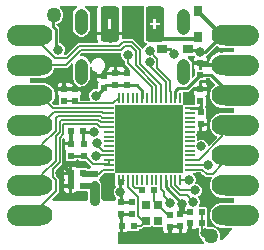
<source format=gbr>
G04 EAGLE Gerber RS-274X export*
G75*
%MOMM*%
%FSLAX34Y34*%
%LPD*%
%INBottom Copper*%
%IPPOS*%
%AMOC8*
5,1,8,0,0,1.08239X$1,22.5*%
G01*
%ADD10R,0.600000X0.600000*%
%ADD11C,1.108000*%
%ADD12C,1.778000*%
%ADD13C,1.778000*%
%ADD14R,0.900000X0.800000*%
%ADD15C,1.270000*%
%ADD16R,0.700000X0.750000*%
%ADD17C,0.125000*%
%ADD18R,0.800000X0.900000*%
%ADD19R,0.809800X0.220000*%
%ADD20R,0.220000X0.809800*%
%ADD21R,4.000000X4.000000*%
%ADD22C,0.800100*%
%ADD23C,0.508000*%
%ADD24C,0.254000*%
%ADD25C,0.304800*%
%ADD26C,0.406400*%
%ADD27C,0.177800*%
%ADD28C,0.152400*%
%ADD29C,0.203200*%
%ADD30C,0.812800*%
%ADD31C,0.906400*%

G36*
X22757Y55466D02*
X22757Y55466D01*
X22859Y55474D01*
X22887Y55486D01*
X22918Y55491D01*
X23010Y55535D01*
X23106Y55573D01*
X23129Y55593D01*
X23157Y55606D01*
X23232Y55676D01*
X23312Y55741D01*
X23329Y55767D01*
X23351Y55788D01*
X23402Y55877D01*
X23459Y55962D01*
X23465Y55986D01*
X23483Y56018D01*
X23541Y56278D01*
X23538Y56316D01*
X23543Y56339D01*
X23543Y112317D01*
X23528Y112419D01*
X23520Y112521D01*
X23508Y112549D01*
X23503Y112580D01*
X23459Y112672D01*
X23421Y112768D01*
X23401Y112791D01*
X23388Y112819D01*
X23318Y112894D01*
X23253Y112974D01*
X23227Y112991D01*
X23206Y113013D01*
X23117Y113064D01*
X23032Y113121D01*
X23008Y113127D01*
X22976Y113145D01*
X22716Y113203D01*
X22678Y113200D01*
X22655Y113205D01*
X-33126Y113205D01*
X-33147Y113202D01*
X-33168Y113204D01*
X-33278Y113182D01*
X-33389Y113165D01*
X-33408Y113156D01*
X-33429Y113152D01*
X-33467Y113128D01*
X-33628Y113050D01*
X-33711Y112973D01*
X-33754Y112945D01*
X-33951Y112748D01*
X-33964Y112731D01*
X-33980Y112718D01*
X-34042Y112625D01*
X-34109Y112534D01*
X-34116Y112515D01*
X-34127Y112497D01*
X-34137Y112453D01*
X-34196Y112283D01*
X-34200Y112171D01*
X-34211Y112120D01*
X-34211Y56339D01*
X-34196Y56237D01*
X-34188Y56135D01*
X-34176Y56107D01*
X-34171Y56076D01*
X-34127Y55984D01*
X-34089Y55888D01*
X-34069Y55865D01*
X-34056Y55837D01*
X-33986Y55762D01*
X-33921Y55682D01*
X-33895Y55665D01*
X-33874Y55643D01*
X-33785Y55592D01*
X-33700Y55535D01*
X-33676Y55529D01*
X-33644Y55511D01*
X-33384Y55453D01*
X-33346Y55456D01*
X-33323Y55451D01*
X22655Y55451D01*
X22757Y55466D01*
G37*
G36*
X-76072Y155247D02*
X-76072Y155247D01*
X-76051Y155245D01*
X-75941Y155267D01*
X-75830Y155283D01*
X-75811Y155293D01*
X-75790Y155297D01*
X-75752Y155321D01*
X-75590Y155399D01*
X-75508Y155476D01*
X-75465Y155504D01*
X-65741Y165228D01*
X-49242Y165228D01*
X-49207Y165233D01*
X-49171Y165231D01*
X-49076Y165253D01*
X-48979Y165268D01*
X-48947Y165283D01*
X-48912Y165291D01*
X-48828Y165341D01*
X-48740Y165383D01*
X-48714Y165408D01*
X-48683Y165425D01*
X-48617Y165498D01*
X-48545Y165565D01*
X-48528Y165595D01*
X-48504Y165622D01*
X-48462Y165711D01*
X-48413Y165795D01*
X-48406Y165830D01*
X-48390Y165862D01*
X-48377Y165959D01*
X-48356Y166055D01*
X-48358Y166090D01*
X-48354Y166125D01*
X-48366Y166177D01*
X-48377Y166320D01*
X-48429Y166450D01*
X-48441Y166501D01*
X-48910Y167474D01*
X-49157Y168555D01*
X-49157Y172361D01*
X-46615Y172361D01*
X-46615Y169110D01*
X-46610Y169089D01*
X-46612Y169060D01*
X-46544Y168543D01*
X-46530Y168507D01*
X-46518Y168447D01*
X-46318Y167965D01*
X-46296Y167934D01*
X-46269Y167879D01*
X-45951Y167464D01*
X-45922Y167440D01*
X-45881Y167394D01*
X-45466Y167076D01*
X-45432Y167061D01*
X-45381Y167027D01*
X-44898Y166827D01*
X-44861Y166821D01*
X-44802Y166801D01*
X-44285Y166733D01*
X-44263Y166735D01*
X-44235Y166730D01*
X-39484Y166730D01*
X-39484Y166116D01*
X-39469Y166014D01*
X-39461Y165912D01*
X-39449Y165884D01*
X-39444Y165853D01*
X-39400Y165761D01*
X-39362Y165665D01*
X-39342Y165642D01*
X-39329Y165614D01*
X-39259Y165539D01*
X-39194Y165459D01*
X-39168Y165442D01*
X-39147Y165420D01*
X-39058Y165369D01*
X-38973Y165312D01*
X-38949Y165306D01*
X-38917Y165288D01*
X-38657Y165230D01*
X-38619Y165233D01*
X-38596Y165228D01*
X-37874Y165228D01*
X-37772Y165243D01*
X-37670Y165251D01*
X-37642Y165263D01*
X-37611Y165268D01*
X-37519Y165312D01*
X-37423Y165350D01*
X-37400Y165370D01*
X-37372Y165383D01*
X-37297Y165453D01*
X-37217Y165518D01*
X-37200Y165544D01*
X-37178Y165565D01*
X-37127Y165654D01*
X-37070Y165739D01*
X-37064Y165763D01*
X-37046Y165795D01*
X-36988Y166055D01*
X-36991Y166093D01*
X-36986Y166116D01*
X-36986Y166730D01*
X-33235Y166730D01*
X-33214Y166735D01*
X-33185Y166733D01*
X-32668Y166801D01*
X-32632Y166815D01*
X-32572Y166827D01*
X-32090Y167027D01*
X-32059Y167049D01*
X-32004Y167076D01*
X-31589Y167394D01*
X-31565Y167423D01*
X-31519Y167464D01*
X-31384Y167640D01*
X-31201Y167879D01*
X-31186Y167913D01*
X-31152Y167965D01*
X-30952Y168447D01*
X-30946Y168484D01*
X-30926Y168543D01*
X-30858Y169060D01*
X-30860Y169082D01*
X-30855Y169110D01*
X-30855Y172361D01*
X-28313Y172361D01*
X-28313Y169783D01*
X-28298Y169682D01*
X-28290Y169580D01*
X-28278Y169551D01*
X-28273Y169521D01*
X-28229Y169428D01*
X-28191Y169333D01*
X-28171Y169309D01*
X-28158Y169281D01*
X-28088Y169206D01*
X-28023Y169127D01*
X-27997Y169109D01*
X-27976Y169087D01*
X-27887Y169036D01*
X-27802Y168979D01*
X-27778Y168974D01*
X-27746Y168955D01*
X-27486Y168897D01*
X-27448Y168900D01*
X-27425Y168895D01*
X-19207Y168895D01*
X-17533Y167221D01*
X-12750Y162438D01*
X-11415Y161103D01*
X-11407Y161097D01*
X-11400Y161089D01*
X-11300Y161019D01*
X-11201Y160946D01*
X-11191Y160942D01*
X-11183Y160936D01*
X-11066Y160899D01*
X-10950Y160858D01*
X-10939Y160858D01*
X-10929Y160855D01*
X-10807Y160853D01*
X-10684Y160849D01*
X-10674Y160852D01*
X-10664Y160852D01*
X-10546Y160887D01*
X-10428Y160919D01*
X-10419Y160925D01*
X-10409Y160928D01*
X-10306Y160996D01*
X-10204Y161062D01*
X-10197Y161070D01*
X-10188Y161075D01*
X-10170Y161101D01*
X-10031Y161264D01*
X-9994Y161352D01*
X-9966Y161391D01*
X-9764Y161880D01*
X-8210Y163434D01*
X-7628Y163675D01*
X-7569Y163710D01*
X-7506Y163737D01*
X-7456Y163779D01*
X-7401Y163812D01*
X-7355Y163864D01*
X-7302Y163908D01*
X-7267Y163962D01*
X-7224Y164011D01*
X-7195Y164073D01*
X-7158Y164131D01*
X-7141Y164194D01*
X-7114Y164253D01*
X-7105Y164321D01*
X-7087Y164387D01*
X-7088Y164452D01*
X-7080Y164516D01*
X-7092Y164584D01*
X-7094Y164653D01*
X-7115Y164714D01*
X-7126Y164778D01*
X-7158Y164840D01*
X-7180Y164904D01*
X-7209Y164939D01*
X-7247Y165015D01*
X-7419Y165190D01*
X-7428Y165200D01*
X-7487Y165246D01*
X-7520Y165264D01*
X-7549Y165289D01*
X-7599Y165308D01*
X-7644Y165333D01*
X-7760Y165444D01*
X-7787Y165476D01*
X-8003Y165642D01*
X-8170Y165734D01*
X-8204Y165758D01*
X-8457Y165863D01*
X-8598Y165898D01*
X-8653Y165989D01*
X-8671Y166027D01*
X-8837Y166244D01*
X-8974Y166376D01*
X-9001Y166408D01*
X-9218Y166574D01*
X-9329Y166635D01*
X-9346Y166647D01*
X-9375Y166747D01*
X-9382Y166788D01*
X-9487Y167041D01*
X-9555Y167154D01*
X-9567Y167185D01*
X-9588Y167210D01*
X-9603Y167242D01*
X-9769Y167458D01*
X-9872Y167557D01*
X-9871Y167561D01*
X-9875Y167612D01*
X-9876Y167667D01*
X-9873Y167709D01*
X-9901Y167921D01*
X-9927Y168013D01*
X-9946Y168107D01*
X-9961Y168132D01*
X-9974Y168176D01*
X-10056Y168300D01*
X-10081Y168464D01*
X-10103Y168510D01*
X-10108Y168541D01*
X-10130Y168592D01*
X-10114Y168630D01*
X-10105Y168667D01*
X-10088Y168701D01*
X-10083Y168754D01*
X-10050Y168888D01*
X-10059Y169034D01*
X-10054Y169086D01*
X-10131Y169672D01*
X-10125Y169682D01*
X-10118Y169710D01*
X-10096Y169750D01*
X-10042Y170011D01*
X-10045Y170040D01*
X-10041Y170058D01*
X-10041Y193162D01*
X-10055Y193256D01*
X-10061Y193352D01*
X-10074Y193378D01*
X-10081Y193424D01*
X-10133Y193533D01*
X-10054Y194134D01*
X-10055Y194172D01*
X-10047Y194210D01*
X-10056Y194262D01*
X-10059Y194400D01*
X-10077Y194453D01*
X-10078Y194474D01*
X-10106Y194541D01*
X-10114Y194590D01*
X-10130Y194628D01*
X-10108Y194679D01*
X-10049Y194918D01*
X-10033Y194936D01*
X-10023Y194963D01*
X-9995Y195001D01*
X-9908Y195252D01*
X-9907Y195281D01*
X-9901Y195299D01*
X-9873Y195512D01*
X-9876Y195702D01*
X-9873Y195743D01*
X-9877Y195777D01*
X-9850Y195900D01*
X-9850Y195907D01*
X-9849Y195913D01*
X-9861Y196038D01*
X-9871Y196165D01*
X-9874Y196171D01*
X-9874Y196178D01*
X-9923Y196294D01*
X-9970Y196412D01*
X-9974Y196417D01*
X-9977Y196423D01*
X-10058Y196519D01*
X-10138Y196618D01*
X-10143Y196622D01*
X-10148Y196627D01*
X-10253Y196695D01*
X-10359Y196765D01*
X-10364Y196767D01*
X-10371Y196771D01*
X-10627Y196843D01*
X-10697Y196841D01*
X-10736Y196849D01*
X-27698Y196849D01*
X-27766Y196839D01*
X-27836Y196839D01*
X-27897Y196819D01*
X-27961Y196809D01*
X-28023Y196779D01*
X-28089Y196759D01*
X-28142Y196722D01*
X-28200Y196694D01*
X-28251Y196646D01*
X-28308Y196607D01*
X-28347Y196556D01*
X-28395Y196512D01*
X-28429Y196452D01*
X-28472Y196398D01*
X-28495Y196337D01*
X-28526Y196282D01*
X-28541Y196214D01*
X-28566Y196149D01*
X-28566Y196104D01*
X-28584Y196022D01*
X-28564Y195776D01*
X-28564Y195763D01*
X-28313Y194665D01*
X-28313Y174859D01*
X-30855Y174859D01*
X-30855Y194110D01*
X-30860Y194131D01*
X-30858Y194160D01*
X-30926Y194677D01*
X-30940Y194713D01*
X-30952Y194773D01*
X-31152Y195256D01*
X-31174Y195286D01*
X-31201Y195341D01*
X-31519Y195756D01*
X-31548Y195780D01*
X-31589Y195826D01*
X-32004Y196144D01*
X-32038Y196159D01*
X-32090Y196193D01*
X-32572Y196393D01*
X-32609Y196399D01*
X-32668Y196419D01*
X-33185Y196487D01*
X-33207Y196485D01*
X-33235Y196490D01*
X-44235Y196490D01*
X-44256Y196485D01*
X-44285Y196487D01*
X-44802Y196419D01*
X-44838Y196405D01*
X-44898Y196393D01*
X-45381Y196193D01*
X-45411Y196171D01*
X-45466Y196144D01*
X-45881Y195826D01*
X-45905Y195797D01*
X-45951Y195756D01*
X-46163Y195479D01*
X-46269Y195341D01*
X-46284Y195307D01*
X-46318Y195256D01*
X-46518Y194773D01*
X-46524Y194736D01*
X-46544Y194677D01*
X-46612Y194160D01*
X-46610Y194138D01*
X-46615Y194110D01*
X-46615Y182110D01*
X-46604Y182060D01*
X-46602Y182009D01*
X-46584Y181977D01*
X-46576Y181941D01*
X-46543Y181902D01*
X-46519Y181857D01*
X-46518Y181856D01*
X-46537Y181841D01*
X-46558Y181794D01*
X-46588Y181752D01*
X-46596Y181710D01*
X-46608Y181682D01*
X-46607Y181652D01*
X-46615Y181610D01*
X-46615Y174859D01*
X-49157Y174859D01*
X-49157Y181108D01*
X-49157Y194665D01*
X-48906Y195763D01*
X-48901Y195832D01*
X-48886Y195900D01*
X-48891Y195964D01*
X-48886Y196028D01*
X-48902Y196096D01*
X-48907Y196165D01*
X-48931Y196225D01*
X-48946Y196287D01*
X-48981Y196347D01*
X-49006Y196412D01*
X-49047Y196462D01*
X-49079Y196517D01*
X-49130Y196564D01*
X-49174Y196618D01*
X-49228Y196654D01*
X-49275Y196697D01*
X-49337Y196727D01*
X-49395Y196765D01*
X-49439Y196775D01*
X-49515Y196811D01*
X-49760Y196847D01*
X-49772Y196849D01*
X-58691Y196849D01*
X-58782Y196835D01*
X-58875Y196830D01*
X-58913Y196816D01*
X-58954Y196809D01*
X-59037Y196769D01*
X-59123Y196737D01*
X-59156Y196712D01*
X-59193Y196694D01*
X-59261Y196631D01*
X-59334Y196574D01*
X-59357Y196540D01*
X-59387Y196512D01*
X-59433Y196432D01*
X-59486Y196357D01*
X-59499Y196317D01*
X-59519Y196282D01*
X-59540Y196191D01*
X-59568Y196103D01*
X-59568Y196062D01*
X-59577Y196022D01*
X-59570Y195930D01*
X-59571Y195838D01*
X-59559Y195798D01*
X-59556Y195757D01*
X-59521Y195671D01*
X-59495Y195583D01*
X-59472Y195549D01*
X-59457Y195510D01*
X-59398Y195439D01*
X-59347Y195362D01*
X-59322Y195344D01*
X-59289Y195304D01*
X-59068Y195157D01*
X-59048Y195152D01*
X-59031Y195140D01*
X-58883Y195079D01*
X-56896Y193092D01*
X-55820Y190495D01*
X-55820Y176605D01*
X-56896Y174008D01*
X-58883Y172021D01*
X-61480Y170945D01*
X-64290Y170945D01*
X-66887Y172021D01*
X-68874Y174008D01*
X-69950Y176605D01*
X-69950Y190495D01*
X-68874Y193092D01*
X-66887Y195079D01*
X-66739Y195140D01*
X-66660Y195188D01*
X-66577Y195228D01*
X-66547Y195256D01*
X-66512Y195278D01*
X-66450Y195347D01*
X-66383Y195410D01*
X-66362Y195445D01*
X-66335Y195476D01*
X-66296Y195560D01*
X-66251Y195640D01*
X-66242Y195681D01*
X-66225Y195718D01*
X-66213Y195810D01*
X-66193Y195900D01*
X-66196Y195941D01*
X-66191Y195982D01*
X-66207Y196073D01*
X-66214Y196165D01*
X-66230Y196203D01*
X-66237Y196244D01*
X-66279Y196326D01*
X-66313Y196412D01*
X-66339Y196444D01*
X-66358Y196480D01*
X-66423Y196546D01*
X-66481Y196618D01*
X-66515Y196641D01*
X-66544Y196670D01*
X-66625Y196714D01*
X-66702Y196765D01*
X-66733Y196772D01*
X-66778Y196797D01*
X-67039Y196848D01*
X-67059Y196845D01*
X-67079Y196849D01*
X-80190Y196849D01*
X-80241Y196842D01*
X-80293Y196843D01*
X-80372Y196822D01*
X-80453Y196809D01*
X-80500Y196787D01*
X-80549Y196773D01*
X-80619Y196729D01*
X-80692Y196694D01*
X-80730Y196659D01*
X-80774Y196631D01*
X-80827Y196568D01*
X-80887Y196512D01*
X-80912Y196468D01*
X-80946Y196428D01*
X-80978Y196353D01*
X-81019Y196282D01*
X-81030Y196231D01*
X-81050Y196184D01*
X-81059Y196102D01*
X-81076Y196022D01*
X-81072Y195971D01*
X-81078Y195919D01*
X-81062Y195839D01*
X-81055Y195757D01*
X-81036Y195709D01*
X-81026Y195659D01*
X-80998Y195615D01*
X-80956Y195510D01*
X-80843Y195371D01*
X-80818Y195333D01*
X-79303Y193818D01*
X-78104Y190923D01*
X-78104Y187791D01*
X-79303Y184896D01*
X-81518Y182681D01*
X-83463Y181876D01*
X-83472Y181870D01*
X-83482Y181868D01*
X-83586Y181802D01*
X-83690Y181738D01*
X-83697Y181731D01*
X-83706Y181725D01*
X-83786Y181631D01*
X-83867Y181540D01*
X-83871Y181530D01*
X-83878Y181522D01*
X-83927Y181409D01*
X-83977Y181298D01*
X-83979Y181288D01*
X-83983Y181278D01*
X-83995Y181155D01*
X-84011Y181034D01*
X-84009Y181024D01*
X-84010Y181013D01*
X-83986Y180892D01*
X-83965Y180772D01*
X-83960Y180763D01*
X-83958Y180753D01*
X-83941Y180726D01*
X-83844Y180536D01*
X-83777Y180468D01*
X-83751Y180427D01*
X-81406Y178082D01*
X-81406Y166098D01*
X-81397Y166037D01*
X-81398Y165975D01*
X-81377Y165906D01*
X-81366Y165836D01*
X-81339Y165780D01*
X-81322Y165720D01*
X-81282Y165661D01*
X-81251Y165596D01*
X-81208Y165551D01*
X-81174Y165499D01*
X-81135Y165472D01*
X-81069Y165402D01*
X-80883Y165296D01*
X-80858Y165278D01*
X-79166Y164577D01*
X-77612Y163023D01*
X-76771Y160992D01*
X-76771Y158794D01*
X-77612Y156763D01*
X-77615Y156760D01*
X-77646Y156719D01*
X-77684Y156683D01*
X-77724Y156612D01*
X-77773Y156546D01*
X-77790Y156497D01*
X-77816Y156452D01*
X-77833Y156372D01*
X-77860Y156295D01*
X-77862Y156243D01*
X-77873Y156193D01*
X-77867Y156111D01*
X-77869Y156029D01*
X-77856Y155979D01*
X-77852Y155928D01*
X-77821Y155852D01*
X-77800Y155773D01*
X-77772Y155729D01*
X-77753Y155681D01*
X-77701Y155618D01*
X-77657Y155549D01*
X-77618Y155515D01*
X-77585Y155475D01*
X-77517Y155429D01*
X-77454Y155376D01*
X-77407Y155356D01*
X-77364Y155327D01*
X-77314Y155316D01*
X-77210Y155272D01*
X-77032Y155254D01*
X-76987Y155244D01*
X-76093Y155244D01*
X-76072Y155247D01*
G37*
G36*
X-82781Y112757D02*
X-82781Y112757D01*
X-82679Y112765D01*
X-82651Y112777D01*
X-82620Y112782D01*
X-82528Y112826D01*
X-82432Y112864D01*
X-82409Y112884D01*
X-82381Y112897D01*
X-82306Y112967D01*
X-82226Y113032D01*
X-82209Y113058D01*
X-82187Y113079D01*
X-82136Y113168D01*
X-82079Y113253D01*
X-82073Y113277D01*
X-82055Y113309D01*
X-81997Y113569D01*
X-82000Y113607D01*
X-81995Y113630D01*
X-81995Y119837D01*
X-81878Y119953D01*
X-81853Y119987D01*
X-81846Y119994D01*
X-81838Y120007D01*
X-81827Y120022D01*
X-81769Y120085D01*
X-81749Y120129D01*
X-81720Y120167D01*
X-81692Y120248D01*
X-81656Y120326D01*
X-81649Y120373D01*
X-81633Y120418D01*
X-81630Y120504D01*
X-81618Y120589D01*
X-81626Y120636D01*
X-81624Y120684D01*
X-81647Y120767D01*
X-81660Y120851D01*
X-81681Y120894D01*
X-81694Y120940D01*
X-81740Y121012D01*
X-81778Y121089D01*
X-81804Y121113D01*
X-81836Y121165D01*
X-82011Y121313D01*
X-82503Y121805D01*
X-82838Y122384D01*
X-83011Y123030D01*
X-83011Y124866D01*
X-78081Y124866D01*
X-77980Y124881D01*
X-77877Y124889D01*
X-77849Y124901D01*
X-77818Y124905D01*
X-77726Y124950D01*
X-77631Y124988D01*
X-77607Y125008D01*
X-77579Y125021D01*
X-77504Y125091D01*
X-77473Y125117D01*
X-77457Y125097D01*
X-77431Y125080D01*
X-77410Y125058D01*
X-77321Y125007D01*
X-77236Y124950D01*
X-77212Y124944D01*
X-77179Y124926D01*
X-76920Y124868D01*
X-76882Y124871D01*
X-76859Y124866D01*
X-69191Y124866D01*
X-69090Y124881D01*
X-68987Y124889D01*
X-68959Y124901D01*
X-68928Y124905D01*
X-68836Y124950D01*
X-68741Y124988D01*
X-68717Y125008D01*
X-68689Y125021D01*
X-68614Y125091D01*
X-68583Y125117D01*
X-68567Y125097D01*
X-68541Y125080D01*
X-68520Y125058D01*
X-68431Y125007D01*
X-68346Y124950D01*
X-68322Y124944D01*
X-68289Y124926D01*
X-68030Y124868D01*
X-67992Y124871D01*
X-67969Y124866D01*
X-63039Y124866D01*
X-63039Y123030D01*
X-63212Y122384D01*
X-63547Y121805D01*
X-64055Y121297D01*
X-64127Y121251D01*
X-64158Y121215D01*
X-64196Y121185D01*
X-64244Y121114D01*
X-64299Y121048D01*
X-64318Y121004D01*
X-64345Y120965D01*
X-64370Y120883D01*
X-64404Y120804D01*
X-64409Y120756D01*
X-64423Y120711D01*
X-64422Y120625D01*
X-64431Y120539D01*
X-64422Y120492D01*
X-64421Y120445D01*
X-64396Y120363D01*
X-64379Y120279D01*
X-64360Y120249D01*
X-64342Y120191D01*
X-64191Y119972D01*
X-64178Y119962D01*
X-64172Y119953D01*
X-64055Y119837D01*
X-64055Y117475D01*
X-64040Y117373D01*
X-64032Y117271D01*
X-64020Y117243D01*
X-64015Y117212D01*
X-63971Y117120D01*
X-63933Y117024D01*
X-63913Y117001D01*
X-63900Y116973D01*
X-63830Y116898D01*
X-63765Y116818D01*
X-63739Y116801D01*
X-63718Y116779D01*
X-63629Y116728D01*
X-63544Y116671D01*
X-63520Y116665D01*
X-63488Y116647D01*
X-63228Y116589D01*
X-63190Y116592D01*
X-63167Y116587D01*
X-56427Y116587D01*
X-56416Y116588D01*
X-56406Y116587D01*
X-56285Y116608D01*
X-56164Y116627D01*
X-56154Y116631D01*
X-56144Y116633D01*
X-56035Y116689D01*
X-55925Y116742D01*
X-55917Y116749D01*
X-55908Y116754D01*
X-55820Y116840D01*
X-55730Y116924D01*
X-55725Y116933D01*
X-55718Y116940D01*
X-55659Y117048D01*
X-55598Y117154D01*
X-55596Y117165D01*
X-55591Y117174D01*
X-55567Y117294D01*
X-55541Y117414D01*
X-55541Y117424D01*
X-55539Y117435D01*
X-55545Y117465D01*
X-55562Y117679D01*
X-55598Y117767D01*
X-55606Y117815D01*
X-56325Y119551D01*
X-56325Y121749D01*
X-55484Y123780D01*
X-53930Y125334D01*
X-51899Y126175D01*
X-49595Y126175D01*
X-49574Y126178D01*
X-49553Y126176D01*
X-49443Y126198D01*
X-49332Y126215D01*
X-49313Y126224D01*
X-49293Y126228D01*
X-49254Y126253D01*
X-49093Y126331D01*
X-49010Y126408D01*
X-48967Y126435D01*
X-48600Y126802D01*
X-48587Y126819D01*
X-48571Y126833D01*
X-48509Y126926D01*
X-48442Y127016D01*
X-48435Y127036D01*
X-48424Y127054D01*
X-48414Y127098D01*
X-48355Y127267D01*
X-48351Y127380D01*
X-48340Y127431D01*
X-48340Y131267D01*
X-48223Y131383D01*
X-48172Y131452D01*
X-48114Y131515D01*
X-48094Y131559D01*
X-48065Y131597D01*
X-48037Y131678D01*
X-48001Y131756D01*
X-47994Y131803D01*
X-47978Y131848D01*
X-47975Y131934D01*
X-47963Y132019D01*
X-47971Y132066D01*
X-47969Y132114D01*
X-47992Y132197D01*
X-48005Y132281D01*
X-48026Y132324D01*
X-48039Y132370D01*
X-48085Y132442D01*
X-48123Y132519D01*
X-48149Y132543D01*
X-48181Y132595D01*
X-48356Y132743D01*
X-48848Y133235D01*
X-49183Y133814D01*
X-49356Y134460D01*
X-49356Y136296D01*
X-44426Y136296D01*
X-44325Y136311D01*
X-44222Y136319D01*
X-44194Y136331D01*
X-44163Y136335D01*
X-44071Y136380D01*
X-43976Y136418D01*
X-43952Y136438D01*
X-43924Y136451D01*
X-43849Y136521D01*
X-43769Y136586D01*
X-43752Y136612D01*
X-43730Y136633D01*
X-43679Y136722D01*
X-43622Y136807D01*
X-43617Y136831D01*
X-43598Y136863D01*
X-43540Y137123D01*
X-43543Y137161D01*
X-43538Y137184D01*
X-43538Y137518D01*
X-43204Y137518D01*
X-43102Y137533D01*
X-43000Y137542D01*
X-42972Y137553D01*
X-42941Y137558D01*
X-42849Y137602D01*
X-42753Y137641D01*
X-42730Y137660D01*
X-42702Y137673D01*
X-42627Y137744D01*
X-42547Y137808D01*
X-42530Y137834D01*
X-42508Y137855D01*
X-42457Y137944D01*
X-42400Y138029D01*
X-42394Y138053D01*
X-42376Y138086D01*
X-42318Y138345D01*
X-42321Y138383D01*
X-42316Y138406D01*
X-42316Y142686D01*
X-42323Y142737D01*
X-42322Y142788D01*
X-42343Y142867D01*
X-42355Y142948D01*
X-42378Y142995D01*
X-42392Y143045D01*
X-42436Y143114D01*
X-42471Y143188D01*
X-42506Y143225D01*
X-42534Y143269D01*
X-42597Y143322D01*
X-42653Y143382D01*
X-42545Y143347D01*
X-42449Y143346D01*
X-42402Y143336D01*
X-40476Y143336D01*
X-40381Y143325D01*
X-40280Y143307D01*
X-40250Y143310D01*
X-40219Y143307D01*
X-40119Y143326D01*
X-40016Y143338D01*
X-39988Y143351D01*
X-39958Y143357D01*
X-39868Y143405D01*
X-39774Y143447D01*
X-39751Y143467D01*
X-39724Y143482D01*
X-39651Y143555D01*
X-39574Y143622D01*
X-39563Y143643D01*
X-39536Y143670D01*
X-39413Y143906D01*
X-39410Y143923D01*
X-39069Y144514D01*
X-38596Y144987D01*
X-38017Y145322D01*
X-37371Y145495D01*
X-35535Y145495D01*
X-35535Y140565D01*
X-35520Y140464D01*
X-35512Y140361D01*
X-35500Y140333D01*
X-35495Y140302D01*
X-35451Y140210D01*
X-35413Y140115D01*
X-35393Y140091D01*
X-35380Y140063D01*
X-35310Y139988D01*
X-35245Y139908D01*
X-35219Y139891D01*
X-35198Y139869D01*
X-35109Y139818D01*
X-35024Y139761D01*
X-35000Y139756D01*
X-34968Y139737D01*
X-34708Y139679D01*
X-34670Y139682D01*
X-34647Y139677D01*
X-34313Y139677D01*
X-34313Y139343D01*
X-34298Y139241D01*
X-34289Y139139D01*
X-34278Y139111D01*
X-34273Y139080D01*
X-34229Y138988D01*
X-34190Y138892D01*
X-34171Y138869D01*
X-34158Y138841D01*
X-34087Y138766D01*
X-34023Y138686D01*
X-33997Y138669D01*
X-33976Y138647D01*
X-33887Y138596D01*
X-33802Y138539D01*
X-33778Y138533D01*
X-33745Y138515D01*
X-33486Y138457D01*
X-33448Y138460D01*
X-33425Y138455D01*
X-28223Y138455D01*
X-28205Y138432D01*
X-28179Y138415D01*
X-28158Y138393D01*
X-28069Y138342D01*
X-27984Y138285D01*
X-27960Y138279D01*
X-27928Y138261D01*
X-27668Y138203D01*
X-27630Y138206D01*
X-27607Y138201D01*
X-24868Y138201D01*
X-24767Y138216D01*
X-24664Y138224D01*
X-24636Y138236D01*
X-24605Y138240D01*
X-24513Y138285D01*
X-24418Y138323D01*
X-24394Y138343D01*
X-24366Y138356D01*
X-24291Y138426D01*
X-24211Y138491D01*
X-24194Y138517D01*
X-24172Y138538D01*
X-24121Y138627D01*
X-24064Y138712D01*
X-24059Y138736D01*
X-24040Y138768D01*
X-23982Y139028D01*
X-23985Y139066D01*
X-23980Y139089D01*
X-23980Y139423D01*
X-23646Y139423D01*
X-23544Y139438D01*
X-23442Y139447D01*
X-23414Y139458D01*
X-23383Y139463D01*
X-23291Y139507D01*
X-23195Y139546D01*
X-23172Y139565D01*
X-23144Y139578D01*
X-23069Y139649D01*
X-22989Y139713D01*
X-22972Y139739D01*
X-22950Y139760D01*
X-22899Y139849D01*
X-22842Y139934D01*
X-22836Y139958D01*
X-22818Y139991D01*
X-22760Y140250D01*
X-22763Y140288D01*
X-22758Y140311D01*
X-22758Y144102D01*
X-22761Y144123D01*
X-22759Y144144D01*
X-22781Y144254D01*
X-22797Y144365D01*
X-22807Y144384D01*
X-22811Y144404D01*
X-22835Y144443D01*
X-22913Y144604D01*
X-22990Y144687D01*
X-23018Y144730D01*
X-24240Y145952D01*
X-24281Y145983D01*
X-24317Y146021D01*
X-24388Y146061D01*
X-24454Y146110D01*
X-24503Y146127D01*
X-24547Y146153D01*
X-24627Y146170D01*
X-24705Y146197D01*
X-24757Y146199D01*
X-24793Y146207D01*
X-24802Y146251D01*
X-24808Y146333D01*
X-24828Y146381D01*
X-24838Y146431D01*
X-24865Y146475D01*
X-24907Y146580D01*
X-25020Y146719D01*
X-25045Y146757D01*
X-25944Y147656D01*
X-25944Y150001D01*
X-25953Y150062D01*
X-25953Y150124D01*
X-25973Y150193D01*
X-25984Y150264D01*
X-26011Y150319D01*
X-26028Y150379D01*
X-26068Y150438D01*
X-26100Y150503D01*
X-26142Y150548D01*
X-26176Y150600D01*
X-26216Y150627D01*
X-26281Y150697D01*
X-26467Y150803D01*
X-26492Y150821D01*
X-26660Y150891D01*
X-28214Y152445D01*
X-29055Y154476D01*
X-29055Y156210D01*
X-29071Y156312D01*
X-29079Y156414D01*
X-29091Y156442D01*
X-29095Y156473D01*
X-29140Y156565D01*
X-29178Y156661D01*
X-29198Y156684D01*
X-29211Y156712D01*
X-29281Y156787D01*
X-29346Y156867D01*
X-29371Y156884D01*
X-29392Y156906D01*
X-29481Y156957D01*
X-29567Y157014D01*
X-29590Y157020D01*
X-29623Y157038D01*
X-29883Y157096D01*
X-29920Y157093D01*
X-29944Y157098D01*
X-62005Y157098D01*
X-62026Y157095D01*
X-62047Y157097D01*
X-62157Y157075D01*
X-62268Y157058D01*
X-62287Y157049D01*
X-62308Y157045D01*
X-62346Y157021D01*
X-62507Y156943D01*
X-62590Y156866D01*
X-62633Y156838D01*
X-63600Y155871D01*
X-63631Y155830D01*
X-63669Y155794D01*
X-63709Y155723D01*
X-63758Y155657D01*
X-63775Y155608D01*
X-63801Y155564D01*
X-63819Y155484D01*
X-63845Y155406D01*
X-63847Y155354D01*
X-63858Y155304D01*
X-63852Y155222D01*
X-63855Y155140D01*
X-63841Y155091D01*
X-63837Y155039D01*
X-63806Y154963D01*
X-63785Y154884D01*
X-63757Y154840D01*
X-63738Y154792D01*
X-63686Y154729D01*
X-63642Y154660D01*
X-63603Y154626D01*
X-63570Y154586D01*
X-63502Y154541D01*
X-63440Y154488D01*
X-63392Y154467D01*
X-63349Y154439D01*
X-63299Y154427D01*
X-63195Y154383D01*
X-63017Y154365D01*
X-62972Y154355D01*
X-61480Y154355D01*
X-58883Y153279D01*
X-56896Y151292D01*
X-55754Y148536D01*
X-55728Y148492D01*
X-55710Y148443D01*
X-55659Y148379D01*
X-55617Y148308D01*
X-55578Y148274D01*
X-55547Y148233D01*
X-55480Y148186D01*
X-55418Y148132D01*
X-55372Y148110D01*
X-55329Y148081D01*
X-55251Y148055D01*
X-55177Y148022D01*
X-55125Y148015D01*
X-55076Y147999D01*
X-54994Y147998D01*
X-54913Y147988D01*
X-54862Y147997D01*
X-54810Y147996D01*
X-54732Y148020D01*
X-54651Y148034D01*
X-54605Y148057D01*
X-54556Y148072D01*
X-54487Y148118D01*
X-54415Y148155D01*
X-54378Y148191D01*
X-54335Y148220D01*
X-54305Y148262D01*
X-54224Y148341D01*
X-54139Y148499D01*
X-54113Y148536D01*
X-53494Y150030D01*
X-51865Y151659D01*
X-49737Y152541D01*
X-47433Y152541D01*
X-45305Y151659D01*
X-43676Y150030D01*
X-42794Y147902D01*
X-42794Y145598D01*
X-43223Y144564D01*
X-43225Y144554D01*
X-43230Y144545D01*
X-43257Y144425D01*
X-43287Y144306D01*
X-43286Y144295D01*
X-43288Y144285D01*
X-43278Y144163D01*
X-43271Y144040D01*
X-43267Y144031D01*
X-43267Y144020D01*
X-43221Y143907D01*
X-43178Y143792D01*
X-43171Y143783D01*
X-43168Y143773D01*
X-43090Y143678D01*
X-43015Y143581D01*
X-43007Y143575D01*
X-43000Y143567D01*
X-42943Y143529D01*
X-42981Y143545D01*
X-43063Y143554D01*
X-43143Y143572D01*
X-43194Y143568D01*
X-43246Y143573D01*
X-43326Y143557D01*
X-43408Y143550D01*
X-43456Y143531D01*
X-43506Y143521D01*
X-43550Y143493D01*
X-43654Y143451D01*
X-43794Y143338D01*
X-43832Y143314D01*
X-45054Y142092D01*
X-45067Y142075D01*
X-45083Y142061D01*
X-45145Y141968D01*
X-45212Y141878D01*
X-45219Y141858D01*
X-45230Y141840D01*
X-45240Y141796D01*
X-45299Y141627D01*
X-45303Y141514D01*
X-45314Y141463D01*
X-45314Y139294D01*
X-49356Y139294D01*
X-49356Y140208D01*
X-49365Y140269D01*
X-49364Y140331D01*
X-49385Y140400D01*
X-49396Y140471D01*
X-49423Y140527D01*
X-49440Y140586D01*
X-49480Y140645D01*
X-49511Y140710D01*
X-49554Y140755D01*
X-49588Y140807D01*
X-49627Y140834D01*
X-49693Y140904D01*
X-49879Y141011D01*
X-49904Y141029D01*
X-51865Y141841D01*
X-53494Y143470D01*
X-54111Y144960D01*
X-54159Y145039D01*
X-54199Y145122D01*
X-54227Y145152D01*
X-54249Y145188D01*
X-54318Y145249D01*
X-54381Y145317D01*
X-54416Y145337D01*
X-54447Y145364D01*
X-54531Y145403D01*
X-54611Y145448D01*
X-54652Y145457D01*
X-54689Y145474D01*
X-54781Y145486D01*
X-54871Y145506D01*
X-54912Y145503D01*
X-54953Y145508D01*
X-55044Y145492D01*
X-55136Y145485D01*
X-55174Y145469D01*
X-55215Y145462D01*
X-55297Y145420D01*
X-55383Y145386D01*
X-55415Y145360D01*
X-55451Y145341D01*
X-55517Y145276D01*
X-55589Y145218D01*
X-55612Y145184D01*
X-55641Y145155D01*
X-55685Y145074D01*
X-55736Y144997D01*
X-55743Y144966D01*
X-55768Y144921D01*
X-55819Y144660D01*
X-55816Y144640D01*
X-55820Y144620D01*
X-55820Y134805D01*
X-56896Y132208D01*
X-58883Y130221D01*
X-61480Y129145D01*
X-62151Y129145D01*
X-62253Y129130D01*
X-62355Y129122D01*
X-62383Y129110D01*
X-62414Y129105D01*
X-62506Y129061D01*
X-62602Y129023D01*
X-62625Y129003D01*
X-62653Y128990D01*
X-62728Y128920D01*
X-62808Y128855D01*
X-62825Y128829D01*
X-62847Y128808D01*
X-62898Y128719D01*
X-62955Y128634D01*
X-62961Y128610D01*
X-62979Y128578D01*
X-63037Y128318D01*
X-63034Y128280D01*
X-63039Y128257D01*
X-63039Y127864D01*
X-67081Y127864D01*
X-67081Y130047D01*
X-67084Y130067D01*
X-67082Y130088D01*
X-67104Y130199D01*
X-67120Y130310D01*
X-67130Y130328D01*
X-67134Y130349D01*
X-67158Y130388D01*
X-67236Y130549D01*
X-67313Y130631D01*
X-67341Y130675D01*
X-68563Y131897D01*
X-68604Y131928D01*
X-68640Y131965D01*
X-68711Y132006D01*
X-68777Y132055D01*
X-68826Y132072D01*
X-68870Y132097D01*
X-68950Y132115D01*
X-69028Y132142D01*
X-69080Y132144D01*
X-69130Y132155D01*
X-69212Y132148D01*
X-69294Y132151D01*
X-69343Y132138D01*
X-69395Y132133D01*
X-69471Y132103D01*
X-69550Y132081D01*
X-69552Y132080D01*
X-69472Y132159D01*
X-69382Y132243D01*
X-69377Y132252D01*
X-69369Y132259D01*
X-69311Y132367D01*
X-69250Y132473D01*
X-69248Y132484D01*
X-69243Y132493D01*
X-69219Y132613D01*
X-69192Y132733D01*
X-69193Y132743D01*
X-69191Y132754D01*
X-69196Y132784D01*
X-69214Y132998D01*
X-69249Y133086D01*
X-69258Y133134D01*
X-69950Y134805D01*
X-69950Y147377D01*
X-69957Y147428D01*
X-69956Y147480D01*
X-69977Y147559D01*
X-69990Y147640D01*
X-70012Y147687D01*
X-70026Y147736D01*
X-70070Y147806D01*
X-70105Y147879D01*
X-70140Y147917D01*
X-70168Y147961D01*
X-70231Y148014D01*
X-70287Y148074D01*
X-70331Y148099D01*
X-70371Y148133D01*
X-70446Y148165D01*
X-70517Y148206D01*
X-70568Y148217D01*
X-70615Y148237D01*
X-70697Y148246D01*
X-70777Y148263D01*
X-70828Y148259D01*
X-70880Y148265D01*
X-70960Y148249D01*
X-71042Y148242D01*
X-71090Y148223D01*
X-71140Y148213D01*
X-71184Y148185D01*
X-71289Y148143D01*
X-71428Y148030D01*
X-71466Y148005D01*
X-75200Y144271D01*
X-85018Y144271D01*
X-85080Y144262D01*
X-85142Y144263D01*
X-85210Y144242D01*
X-85281Y144231D01*
X-85337Y144204D01*
X-85396Y144187D01*
X-85456Y144147D01*
X-85521Y144116D01*
X-85566Y144073D01*
X-85617Y144039D01*
X-85645Y144000D01*
X-85715Y143934D01*
X-85821Y143748D01*
X-85839Y143723D01*
X-87056Y140786D01*
X-89986Y137856D01*
X-93813Y136270D01*
X-105156Y136270D01*
X-105258Y136255D01*
X-105360Y136247D01*
X-105388Y136235D01*
X-105419Y136230D01*
X-105511Y136186D01*
X-105607Y136148D01*
X-105630Y136128D01*
X-105658Y136115D01*
X-105733Y136045D01*
X-105813Y135980D01*
X-105830Y135954D01*
X-105852Y135933D01*
X-105903Y135844D01*
X-105960Y135759D01*
X-105966Y135735D01*
X-105984Y135703D01*
X-106042Y135443D01*
X-106039Y135405D01*
X-106044Y135382D01*
X-106044Y132588D01*
X-106029Y132486D01*
X-106021Y132384D01*
X-106009Y132356D01*
X-106004Y132325D01*
X-105960Y132233D01*
X-105922Y132137D01*
X-105902Y132114D01*
X-105889Y132086D01*
X-105819Y132011D01*
X-105754Y131931D01*
X-105728Y131914D01*
X-105707Y131892D01*
X-105618Y131841D01*
X-105533Y131784D01*
X-105509Y131778D01*
X-105477Y131760D01*
X-105217Y131702D01*
X-105179Y131705D01*
X-105156Y131700D01*
X-93813Y131700D01*
X-89986Y130114D01*
X-87056Y127184D01*
X-85470Y123357D01*
X-85470Y119213D01*
X-87056Y115386D01*
X-87138Y115303D01*
X-87199Y115221D01*
X-87266Y115142D01*
X-87278Y115114D01*
X-87296Y115089D01*
X-87330Y114992D01*
X-87370Y114898D01*
X-87373Y114867D01*
X-87383Y114838D01*
X-87387Y114735D01*
X-87398Y114633D01*
X-87391Y114603D01*
X-87393Y114572D01*
X-87366Y114473D01*
X-87345Y114373D01*
X-87333Y114352D01*
X-87323Y114316D01*
X-87180Y114092D01*
X-87151Y114067D01*
X-87138Y114047D01*
X-86093Y113002D01*
X-86076Y112989D01*
X-86063Y112973D01*
X-85970Y112911D01*
X-85879Y112844D01*
X-85860Y112837D01*
X-85842Y112826D01*
X-85798Y112816D01*
X-85628Y112757D01*
X-85516Y112753D01*
X-85465Y112742D01*
X-82883Y112742D01*
X-82781Y112757D01*
G37*
G36*
X40363Y-4691D02*
X40363Y-4691D01*
X40415Y-4692D01*
X40494Y-4671D01*
X40575Y-4658D01*
X40622Y-4636D01*
X40671Y-4622D01*
X40741Y-4578D01*
X40814Y-4543D01*
X40852Y-4508D01*
X40896Y-4480D01*
X40949Y-4417D01*
X41009Y-4361D01*
X41034Y-4317D01*
X41068Y-4277D01*
X41100Y-4202D01*
X41141Y-4131D01*
X41152Y-4080D01*
X41172Y-4033D01*
X41181Y-3951D01*
X41198Y-3871D01*
X41194Y-3820D01*
X41200Y-3768D01*
X41183Y-3688D01*
X41177Y-3606D01*
X41158Y-3558D01*
X41148Y-3508D01*
X41120Y-3464D01*
X41078Y-3359D01*
X40965Y-3220D01*
X40940Y-3182D01*
X40314Y-2556D01*
X39614Y-866D01*
X39603Y-848D01*
X39597Y-828D01*
X39535Y-735D01*
X39477Y-639D01*
X39461Y-625D01*
X39450Y-607D01*
X39412Y-581D01*
X39278Y-462D01*
X39176Y-415D01*
X39134Y-385D01*
X38780Y-239D01*
X37226Y1315D01*
X36385Y3346D01*
X36385Y5544D01*
X37016Y7067D01*
X37079Y7325D01*
X37077Y7377D01*
X37083Y7407D01*
X37083Y7922D01*
X37068Y8024D01*
X37060Y8126D01*
X37048Y8154D01*
X37043Y8185D01*
X36999Y8277D01*
X36961Y8373D01*
X36941Y8396D01*
X36928Y8424D01*
X36858Y8499D01*
X36793Y8579D01*
X36767Y8596D01*
X36746Y8618D01*
X36657Y8669D01*
X36572Y8726D01*
X36548Y8732D01*
X36516Y8750D01*
X36256Y8808D01*
X36218Y8805D01*
X36195Y8810D01*
X35738Y8810D01*
X35622Y8927D01*
X35553Y8978D01*
X35490Y9036D01*
X35446Y9056D01*
X35408Y9085D01*
X35327Y9113D01*
X35249Y9149D01*
X35202Y9156D01*
X35157Y9172D01*
X35071Y9175D01*
X34986Y9187D01*
X34939Y9179D01*
X34891Y9181D01*
X34808Y9158D01*
X34724Y9145D01*
X34681Y9124D01*
X34635Y9111D01*
X34563Y9065D01*
X34486Y9027D01*
X34462Y9001D01*
X34410Y8969D01*
X34262Y8794D01*
X33770Y8302D01*
X33191Y7967D01*
X32545Y7794D01*
X30709Y7794D01*
X30709Y12724D01*
X30694Y12825D01*
X30686Y12928D01*
X30674Y12956D01*
X30669Y12987D01*
X30625Y13079D01*
X30587Y13174D01*
X30567Y13198D01*
X30554Y13226D01*
X30484Y13301D01*
X30419Y13381D01*
X30393Y13398D01*
X30372Y13420D01*
X30283Y13471D01*
X30198Y13528D01*
X30174Y13533D01*
X30142Y13552D01*
X29882Y13610D01*
X29844Y13607D01*
X29821Y13612D01*
X28599Y13612D01*
X28497Y13597D01*
X28395Y13588D01*
X28367Y13577D01*
X28336Y13572D01*
X28244Y13528D01*
X28148Y13489D01*
X28125Y13470D01*
X28097Y13457D01*
X28022Y13386D01*
X27942Y13322D01*
X27925Y13296D01*
X27903Y13275D01*
X27852Y13186D01*
X27795Y13101D01*
X27789Y13077D01*
X27771Y13044D01*
X27713Y12785D01*
X27716Y12747D01*
X27711Y12724D01*
X27711Y7794D01*
X27511Y7794D01*
X27409Y7779D01*
X27307Y7771D01*
X27279Y7759D01*
X27248Y7754D01*
X27156Y7710D01*
X27060Y7672D01*
X27037Y7652D01*
X27009Y7639D01*
X26934Y7569D01*
X26854Y7504D01*
X26837Y7478D01*
X26815Y7457D01*
X26764Y7368D01*
X26707Y7283D01*
X26701Y7259D01*
X26683Y7227D01*
X26625Y6967D01*
X26628Y6929D01*
X26623Y6906D01*
X26623Y6825D01*
X26450Y6179D01*
X26115Y5600D01*
X25642Y5127D01*
X25063Y4792D01*
X24417Y4619D01*
X22581Y4619D01*
X22581Y9549D01*
X22566Y9650D01*
X22558Y9753D01*
X22546Y9781D01*
X22541Y9812D01*
X22497Y9904D01*
X22459Y9999D01*
X22439Y10023D01*
X22426Y10051D01*
X22356Y10126D01*
X22291Y10206D01*
X22265Y10223D01*
X22244Y10245D01*
X22155Y10296D01*
X22070Y10353D01*
X22046Y10358D01*
X22014Y10377D01*
X21754Y10435D01*
X21716Y10432D01*
X21693Y10437D01*
X21359Y10437D01*
X21359Y10771D01*
X21344Y10873D01*
X21335Y10975D01*
X21324Y11003D01*
X21319Y11034D01*
X21275Y11126D01*
X21236Y11222D01*
X21217Y11245D01*
X21204Y11273D01*
X21133Y11348D01*
X21069Y11428D01*
X21043Y11445D01*
X21022Y11467D01*
X20933Y11518D01*
X20848Y11575D01*
X20824Y11581D01*
X20791Y11599D01*
X20532Y11657D01*
X20494Y11654D01*
X20471Y11659D01*
X18621Y11659D01*
X18519Y11644D01*
X18417Y11636D01*
X18389Y11624D01*
X18358Y11619D01*
X18266Y11575D01*
X18170Y11537D01*
X18147Y11517D01*
X18119Y11504D01*
X18044Y11434D01*
X18009Y11405D01*
X12803Y11405D01*
X12702Y11390D01*
X12599Y11382D01*
X12571Y11370D01*
X12540Y11365D01*
X12448Y11321D01*
X12353Y11283D01*
X12329Y11263D01*
X12301Y11250D01*
X12226Y11180D01*
X12146Y11115D01*
X12129Y11089D01*
X12107Y11068D01*
X12056Y10979D01*
X11999Y10894D01*
X11994Y10870D01*
X11975Y10838D01*
X11917Y10578D01*
X11920Y10540D01*
X11915Y10517D01*
X11915Y10183D01*
X11581Y10183D01*
X11479Y10168D01*
X11377Y10159D01*
X11349Y10148D01*
X11318Y10143D01*
X11226Y10099D01*
X11130Y10060D01*
X11107Y10041D01*
X11079Y10028D01*
X11004Y9957D01*
X10924Y9893D01*
X10907Y9867D01*
X10885Y9846D01*
X10834Y9757D01*
X10777Y9672D01*
X10771Y9648D01*
X10753Y9615D01*
X10695Y9356D01*
X10698Y9318D01*
X10693Y9295D01*
X10693Y4365D01*
X8857Y4365D01*
X8211Y4538D01*
X7632Y4873D01*
X7159Y5346D01*
X6824Y5925D01*
X6651Y6571D01*
X6651Y9058D01*
X6636Y9160D01*
X6628Y9262D01*
X6616Y9290D01*
X6611Y9321D01*
X6567Y9413D01*
X6529Y9509D01*
X6509Y9532D01*
X6496Y9560D01*
X6426Y9635D01*
X6361Y9715D01*
X6335Y9732D01*
X6314Y9754D01*
X6225Y9805D01*
X6140Y9862D01*
X6116Y9868D01*
X6084Y9886D01*
X5824Y9944D01*
X5786Y9941D01*
X5763Y9946D01*
X-2307Y9946D01*
X-2547Y10187D01*
X-2629Y10247D01*
X-2708Y10314D01*
X-2736Y10326D01*
X-2761Y10344D01*
X-2858Y10378D01*
X-2952Y10418D01*
X-2983Y10422D01*
X-3012Y10432D01*
X-3114Y10435D01*
X-3217Y10446D01*
X-3247Y10440D01*
X-3278Y10441D01*
X-3377Y10414D01*
X-3477Y10394D01*
X-3497Y10381D01*
X-3534Y10371D01*
X-3758Y10228D01*
X-3783Y10199D01*
X-3803Y10187D01*
X-4043Y9946D01*
X-9668Y9946D01*
X-9689Y9943D01*
X-9710Y9945D01*
X-9820Y9923D01*
X-9931Y9906D01*
X-9950Y9897D01*
X-9971Y9893D01*
X-10009Y9869D01*
X-10170Y9791D01*
X-10253Y9714D01*
X-10296Y9686D01*
X-11728Y8254D01*
X-13256Y8254D01*
X-13358Y8239D01*
X-13460Y8231D01*
X-13488Y8219D01*
X-13519Y8214D01*
X-13611Y8170D01*
X-13707Y8132D01*
X-13730Y8112D01*
X-13758Y8099D01*
X-13833Y8029D01*
X-13913Y7964D01*
X-13930Y7938D01*
X-13952Y7917D01*
X-14003Y7828D01*
X-14060Y7743D01*
X-14066Y7719D01*
X-14084Y7687D01*
X-14142Y7427D01*
X-14139Y7389D01*
X-14144Y7366D01*
X-14144Y7036D01*
X-15037Y6143D01*
X-22301Y6143D01*
X-22417Y6260D01*
X-22486Y6311D01*
X-22549Y6369D01*
X-22593Y6389D01*
X-22631Y6418D01*
X-22712Y6446D01*
X-22790Y6482D01*
X-22837Y6489D01*
X-22882Y6505D01*
X-22968Y6508D01*
X-23053Y6520D01*
X-23100Y6512D01*
X-23148Y6514D01*
X-23231Y6491D01*
X-23315Y6478D01*
X-23358Y6457D01*
X-23404Y6444D01*
X-23476Y6398D01*
X-23553Y6360D01*
X-23577Y6334D01*
X-23629Y6302D01*
X-23777Y6127D01*
X-24269Y5635D01*
X-24848Y5300D01*
X-25494Y5127D01*
X-27330Y5127D01*
X-27330Y10057D01*
X-27345Y10158D01*
X-27353Y10261D01*
X-27365Y10289D01*
X-27369Y10320D01*
X-27414Y10412D01*
X-27452Y10507D01*
X-27472Y10531D01*
X-27485Y10559D01*
X-27555Y10634D01*
X-27581Y10665D01*
X-27561Y10681D01*
X-27544Y10707D01*
X-27522Y10728D01*
X-27471Y10817D01*
X-27414Y10902D01*
X-27408Y10926D01*
X-27390Y10959D01*
X-27332Y11218D01*
X-27332Y11226D01*
X-27332Y11229D01*
X-27334Y11259D01*
X-27330Y11279D01*
X-27330Y13891D01*
X-27345Y13993D01*
X-27353Y14095D01*
X-27365Y14123D01*
X-27369Y14154D01*
X-27414Y14246D01*
X-27452Y14342D01*
X-27472Y14365D01*
X-27485Y14393D01*
X-27555Y14468D01*
X-27584Y14503D01*
X-27584Y18821D01*
X-20804Y18821D01*
X-20703Y18836D01*
X-20600Y18844D01*
X-20572Y18856D01*
X-20541Y18860D01*
X-20449Y18905D01*
X-20354Y18943D01*
X-20330Y18963D01*
X-20302Y18976D01*
X-20227Y19046D01*
X-20147Y19111D01*
X-20130Y19137D01*
X-20108Y19158D01*
X-20057Y19247D01*
X-20000Y19332D01*
X-19995Y19356D01*
X-19976Y19388D01*
X-19918Y19648D01*
X-19921Y19686D01*
X-19916Y19709D01*
X-19916Y20931D01*
X-19931Y21033D01*
X-19940Y21135D01*
X-19951Y21163D01*
X-19956Y21194D01*
X-20000Y21286D01*
X-20039Y21382D01*
X-20058Y21405D01*
X-20071Y21433D01*
X-20142Y21508D01*
X-20206Y21588D01*
X-20232Y21605D01*
X-20253Y21627D01*
X-20342Y21678D01*
X-20427Y21735D01*
X-20451Y21741D01*
X-20484Y21759D01*
X-20743Y21817D01*
X-20781Y21814D01*
X-20804Y21819D01*
X-28472Y21819D01*
X-28573Y21804D01*
X-28676Y21796D01*
X-28704Y21784D01*
X-28735Y21779D01*
X-28827Y21735D01*
X-28922Y21697D01*
X-28946Y21677D01*
X-28974Y21664D01*
X-29049Y21594D01*
X-29129Y21529D01*
X-29146Y21503D01*
X-29168Y21482D01*
X-29219Y21393D01*
X-29276Y21308D01*
X-29281Y21284D01*
X-29300Y21252D01*
X-29358Y20992D01*
X-29355Y20954D01*
X-29360Y20931D01*
X-29360Y20597D01*
X-29694Y20597D01*
X-29796Y20582D01*
X-29898Y20573D01*
X-29926Y20562D01*
X-29957Y20557D01*
X-30049Y20513D01*
X-30145Y20474D01*
X-30168Y20455D01*
X-30196Y20442D01*
X-30271Y20371D01*
X-30351Y20307D01*
X-30368Y20281D01*
X-30390Y20260D01*
X-30441Y20171D01*
X-30498Y20086D01*
X-30504Y20062D01*
X-30522Y20029D01*
X-30580Y19770D01*
X-30577Y19732D01*
X-30582Y19709D01*
X-30582Y17097D01*
X-30567Y16995D01*
X-30559Y16893D01*
X-30547Y16865D01*
X-30542Y16834D01*
X-30498Y16742D01*
X-30460Y16646D01*
X-30440Y16623D01*
X-30427Y16595D01*
X-30357Y16520D01*
X-30328Y16485D01*
X-30328Y11279D01*
X-30313Y11178D01*
X-30305Y11075D01*
X-30293Y11047D01*
X-30288Y11016D01*
X-30244Y10924D01*
X-30206Y10829D01*
X-30186Y10805D01*
X-30173Y10777D01*
X-30103Y10702D01*
X-30077Y10671D01*
X-30097Y10655D01*
X-30114Y10629D01*
X-30136Y10608D01*
X-30187Y10519D01*
X-30244Y10434D01*
X-30250Y10410D01*
X-30268Y10377D01*
X-30326Y10118D01*
X-30323Y10080D01*
X-30328Y10057D01*
X-30328Y5127D01*
X-31115Y5127D01*
X-31217Y5112D01*
X-31319Y5104D01*
X-31347Y5092D01*
X-31378Y5087D01*
X-31470Y5043D01*
X-31566Y5005D01*
X-31589Y4985D01*
X-31617Y4972D01*
X-31692Y4902D01*
X-31772Y4837D01*
X-31789Y4811D01*
X-31811Y4790D01*
X-31862Y4701D01*
X-31919Y4616D01*
X-31925Y4592D01*
X-31943Y4560D01*
X-32001Y4300D01*
X-31998Y4262D01*
X-32003Y4239D01*
X-32003Y-3810D01*
X-31988Y-3912D01*
X-31980Y-4014D01*
X-31968Y-4042D01*
X-31963Y-4073D01*
X-31919Y-4165D01*
X-31881Y-4261D01*
X-31861Y-4284D01*
X-31848Y-4312D01*
X-31778Y-4387D01*
X-31713Y-4467D01*
X-31687Y-4484D01*
X-31666Y-4506D01*
X-31577Y-4557D01*
X-31492Y-4614D01*
X-31468Y-4620D01*
X-31436Y-4638D01*
X-31176Y-4696D01*
X-31138Y-4693D01*
X-31115Y-4698D01*
X40312Y-4698D01*
X40363Y-4691D01*
G37*
G36*
X-58278Y32147D02*
X-58278Y32147D01*
X-58176Y32155D01*
X-58148Y32167D01*
X-58117Y32172D01*
X-58025Y32216D01*
X-57929Y32254D01*
X-57906Y32274D01*
X-57878Y32287D01*
X-57803Y32357D01*
X-57723Y32422D01*
X-57706Y32448D01*
X-57684Y32469D01*
X-57633Y32558D01*
X-57576Y32643D01*
X-57570Y32667D01*
X-57552Y32699D01*
X-57498Y32939D01*
X-57345Y33308D01*
X-57282Y33566D01*
X-57284Y33618D01*
X-57278Y33648D01*
X-57278Y39037D01*
X-57293Y39139D01*
X-57301Y39241D01*
X-57313Y39269D01*
X-57318Y39300D01*
X-57362Y39392D01*
X-57400Y39488D01*
X-57420Y39511D01*
X-57433Y39539D01*
X-57503Y39614D01*
X-57568Y39694D01*
X-57594Y39711D01*
X-57615Y39733D01*
X-57704Y39784D01*
X-57789Y39841D01*
X-57813Y39847D01*
X-57845Y39865D01*
X-58105Y39923D01*
X-58143Y39920D01*
X-58166Y39925D01*
X-65354Y39925D01*
X-65470Y40042D01*
X-65539Y40093D01*
X-65603Y40151D01*
X-65646Y40171D01*
X-65684Y40200D01*
X-65765Y40228D01*
X-65843Y40264D01*
X-65890Y40271D01*
X-65935Y40287D01*
X-66021Y40290D01*
X-66106Y40302D01*
X-66153Y40294D01*
X-66201Y40296D01*
X-66284Y40273D01*
X-66368Y40260D01*
X-66411Y40239D01*
X-66457Y40226D01*
X-66530Y40180D01*
X-66607Y40142D01*
X-66631Y40116D01*
X-66682Y40084D01*
X-66830Y39909D01*
X-67322Y39417D01*
X-67901Y39082D01*
X-68547Y38909D01*
X-70383Y38909D01*
X-70383Y43839D01*
X-70398Y43940D01*
X-70406Y44043D01*
X-70418Y44071D01*
X-70422Y44102D01*
X-70467Y44194D01*
X-70505Y44289D01*
X-70525Y44313D01*
X-70538Y44341D01*
X-70608Y44416D01*
X-70634Y44447D01*
X-70614Y44463D01*
X-70597Y44489D01*
X-70575Y44510D01*
X-70524Y44599D01*
X-70467Y44684D01*
X-70461Y44708D01*
X-70443Y44741D01*
X-70385Y45000D01*
X-70388Y45038D01*
X-70383Y45061D01*
X-70383Y48689D01*
X-70398Y48791D01*
X-70406Y48893D01*
X-70418Y48921D01*
X-70422Y48952D01*
X-70467Y49044D01*
X-70505Y49140D01*
X-70510Y49145D01*
X-70510Y54507D01*
X-70525Y54608D01*
X-70533Y54711D01*
X-70545Y54739D01*
X-70549Y54770D01*
X-70594Y54862D01*
X-70632Y54957D01*
X-70652Y54981D01*
X-70665Y55009D01*
X-70735Y55084D01*
X-70761Y55115D01*
X-70741Y55131D01*
X-70724Y55157D01*
X-70702Y55178D01*
X-70651Y55267D01*
X-70594Y55352D01*
X-70588Y55376D01*
X-70570Y55409D01*
X-70512Y55668D01*
X-70515Y55706D01*
X-70510Y55729D01*
X-70510Y60659D01*
X-68674Y60659D01*
X-68028Y60486D01*
X-67449Y60151D01*
X-66941Y59643D01*
X-66895Y59571D01*
X-66859Y59540D01*
X-66829Y59502D01*
X-66758Y59454D01*
X-66692Y59399D01*
X-66648Y59380D01*
X-66609Y59353D01*
X-66527Y59328D01*
X-66448Y59294D01*
X-66400Y59289D01*
X-66355Y59275D01*
X-66269Y59276D01*
X-66183Y59267D01*
X-66136Y59276D01*
X-66089Y59277D01*
X-66007Y59302D01*
X-65923Y59319D01*
X-65893Y59338D01*
X-65835Y59356D01*
X-65616Y59507D01*
X-65606Y59520D01*
X-65597Y59526D01*
X-65481Y59643D01*
X-58217Y59643D01*
X-57383Y58808D01*
X-57366Y58795D01*
X-57352Y58779D01*
X-57259Y58717D01*
X-57169Y58650D01*
X-57149Y58643D01*
X-57131Y58632D01*
X-57087Y58622D01*
X-56918Y58563D01*
X-56805Y58559D01*
X-56754Y58548D01*
X-56656Y58548D01*
X-56636Y58551D01*
X-56615Y58549D01*
X-56504Y58571D01*
X-56394Y58588D01*
X-56375Y58597D01*
X-56354Y58601D01*
X-56316Y58625D01*
X-56154Y58703D01*
X-56072Y58780D01*
X-56028Y58808D01*
X-55316Y59520D01*
X-55296Y59523D01*
X-55245Y59522D01*
X-55165Y59543D01*
X-55084Y59556D01*
X-55038Y59578D01*
X-54988Y59592D01*
X-54919Y59636D01*
X-54845Y59671D01*
X-54807Y59706D01*
X-54764Y59734D01*
X-54711Y59797D01*
X-54651Y59853D01*
X-54625Y59897D01*
X-54592Y59937D01*
X-54560Y60012D01*
X-54519Y60083D01*
X-54508Y60134D01*
X-54487Y60181D01*
X-54479Y60263D01*
X-54461Y60343D01*
X-54465Y60394D01*
X-54460Y60446D01*
X-54476Y60526D01*
X-54483Y60608D01*
X-54502Y60656D01*
X-54512Y60706D01*
X-54540Y60750D01*
X-54582Y60855D01*
X-54695Y60994D01*
X-54719Y61032D01*
X-58879Y65192D01*
X-58896Y65205D01*
X-58909Y65221D01*
X-59003Y65283D01*
X-59093Y65350D01*
X-59113Y65357D01*
X-59130Y65368D01*
X-59175Y65378D01*
X-59344Y65437D01*
X-59457Y65441D01*
X-59507Y65452D01*
X-64084Y65452D01*
X-64986Y66355D01*
X-64992Y66396D01*
X-65000Y66498D01*
X-65012Y66526D01*
X-65017Y66557D01*
X-65061Y66649D01*
X-65099Y66745D01*
X-65119Y66768D01*
X-65132Y66796D01*
X-65202Y66871D01*
X-65267Y66951D01*
X-65293Y66968D01*
X-65314Y66990D01*
X-65403Y67041D01*
X-65488Y67098D01*
X-65512Y67104D01*
X-65544Y67122D01*
X-65804Y67180D01*
X-65842Y67177D01*
X-65865Y67182D01*
X-66088Y67182D01*
X-66190Y67167D01*
X-66292Y67159D01*
X-66320Y67147D01*
X-66351Y67142D01*
X-66443Y67098D01*
X-66539Y67060D01*
X-66562Y67040D01*
X-66590Y67027D01*
X-66665Y66957D01*
X-66745Y66892D01*
X-66762Y66866D01*
X-66784Y66845D01*
X-66835Y66756D01*
X-66892Y66671D01*
X-66898Y66647D01*
X-66916Y66615D01*
X-66940Y66509D01*
X-67869Y65579D01*
X-75133Y65579D01*
X-76026Y66472D01*
X-76026Y73736D01*
X-75909Y73852D01*
X-75858Y73921D01*
X-75800Y73984D01*
X-75780Y74028D01*
X-75751Y74066D01*
X-75723Y74147D01*
X-75687Y74225D01*
X-75680Y74272D01*
X-75664Y74317D01*
X-75661Y74403D01*
X-75649Y74488D01*
X-75657Y74535D01*
X-75655Y74583D01*
X-75678Y74666D01*
X-75691Y74750D01*
X-75712Y74793D01*
X-75725Y74839D01*
X-75771Y74911D01*
X-75809Y74988D01*
X-75835Y75012D01*
X-75867Y75064D01*
X-76042Y75212D01*
X-76534Y75704D01*
X-76869Y76283D01*
X-77042Y76929D01*
X-77042Y78765D01*
X-72112Y78765D01*
X-72011Y78780D01*
X-71908Y78788D01*
X-71880Y78800D01*
X-71849Y78804D01*
X-71757Y78849D01*
X-71662Y78887D01*
X-71638Y78907D01*
X-71610Y78920D01*
X-71535Y78990D01*
X-71455Y79055D01*
X-71438Y79081D01*
X-71416Y79102D01*
X-71365Y79191D01*
X-71308Y79276D01*
X-71303Y79300D01*
X-71284Y79332D01*
X-71226Y79592D01*
X-71228Y79616D01*
X-71226Y79624D01*
X-71227Y79638D01*
X-71224Y79653D01*
X-71224Y79987D01*
X-70890Y79987D01*
X-70788Y80002D01*
X-70686Y80011D01*
X-70658Y80022D01*
X-70627Y80027D01*
X-70535Y80071D01*
X-70439Y80110D01*
X-70416Y80129D01*
X-70388Y80142D01*
X-70313Y80213D01*
X-70233Y80277D01*
X-70216Y80303D01*
X-70194Y80324D01*
X-70143Y80413D01*
X-70086Y80498D01*
X-70080Y80522D01*
X-70062Y80555D01*
X-70004Y80814D01*
X-70007Y80852D01*
X-70002Y80875D01*
X-70002Y84503D01*
X-70017Y84605D01*
X-70025Y84707D01*
X-70037Y84735D01*
X-70041Y84766D01*
X-70086Y84858D01*
X-70124Y84954D01*
X-70144Y84977D01*
X-70157Y85005D01*
X-70227Y85080D01*
X-70256Y85115D01*
X-70256Y90321D01*
X-70271Y90422D01*
X-70279Y90525D01*
X-70291Y90553D01*
X-70295Y90584D01*
X-70340Y90676D01*
X-70378Y90771D01*
X-70398Y90795D01*
X-70411Y90823D01*
X-70481Y90898D01*
X-70546Y90978D01*
X-70572Y90995D01*
X-70593Y91017D01*
X-70682Y91068D01*
X-70767Y91125D01*
X-70791Y91130D01*
X-70823Y91149D01*
X-71083Y91207D01*
X-71121Y91204D01*
X-71144Y91209D01*
X-72366Y91209D01*
X-72468Y91194D01*
X-72570Y91185D01*
X-72598Y91174D01*
X-72629Y91169D01*
X-72721Y91125D01*
X-72817Y91086D01*
X-72840Y91067D01*
X-72868Y91054D01*
X-72943Y90983D01*
X-73023Y90919D01*
X-73040Y90893D01*
X-73062Y90872D01*
X-73113Y90783D01*
X-73170Y90698D01*
X-73176Y90674D01*
X-73194Y90641D01*
X-73252Y90382D01*
X-73249Y90344D01*
X-73254Y90321D01*
X-73254Y86693D01*
X-73239Y86591D01*
X-73231Y86489D01*
X-73219Y86461D01*
X-73214Y86430D01*
X-73170Y86338D01*
X-73132Y86242D01*
X-73112Y86219D01*
X-73099Y86191D01*
X-73029Y86116D01*
X-73000Y86081D01*
X-73000Y81763D01*
X-77042Y81763D01*
X-77042Y83598D01*
X-77024Y83664D01*
X-77020Y83698D01*
X-77009Y83731D01*
X-77006Y83830D01*
X-76995Y83928D01*
X-77001Y83962D01*
X-77000Y83996D01*
X-77026Y84092D01*
X-77044Y84189D01*
X-77061Y84219D01*
X-77070Y84253D01*
X-77123Y84336D01*
X-77169Y84424D01*
X-77194Y84448D01*
X-77212Y84477D01*
X-77288Y84541D01*
X-77358Y84611D01*
X-77389Y84627D01*
X-77415Y84649D01*
X-77506Y84688D01*
X-77594Y84734D01*
X-77628Y84740D01*
X-77659Y84754D01*
X-77758Y84764D01*
X-77855Y84782D01*
X-77889Y84777D01*
X-77924Y84781D01*
X-78021Y84762D01*
X-78119Y84750D01*
X-78151Y84736D01*
X-78185Y84729D01*
X-78229Y84701D01*
X-78362Y84641D01*
X-78466Y84550D01*
X-78510Y84522D01*
X-78606Y84426D01*
X-78619Y84409D01*
X-78635Y84396D01*
X-78697Y84302D01*
X-78764Y84212D01*
X-78771Y84192D01*
X-78782Y84175D01*
X-78792Y84130D01*
X-78851Y83961D01*
X-78855Y83848D01*
X-78866Y83798D01*
X-78866Y63436D01*
X-80540Y61762D01*
X-80540Y61761D01*
X-84385Y57917D01*
X-84397Y57900D01*
X-84413Y57887D01*
X-84476Y57794D01*
X-84542Y57703D01*
X-84549Y57683D01*
X-84561Y57666D01*
X-84571Y57621D01*
X-84630Y57452D01*
X-84634Y57339D01*
X-84645Y57289D01*
X-84645Y53611D01*
X-84642Y53590D01*
X-84644Y53569D01*
X-84622Y53459D01*
X-84605Y53348D01*
X-84596Y53329D01*
X-84592Y53309D01*
X-84567Y53270D01*
X-84489Y53109D01*
X-84412Y53027D01*
X-84385Y52983D01*
X-82168Y50767D01*
X-82168Y44675D01*
X-82165Y44654D01*
X-82167Y44633D01*
X-82145Y44523D01*
X-82128Y44412D01*
X-82119Y44393D01*
X-82115Y44372D01*
X-82091Y44334D01*
X-82041Y44232D01*
X-82041Y39005D01*
X-87398Y33648D01*
X-87429Y33607D01*
X-87467Y33571D01*
X-87507Y33500D01*
X-87556Y33434D01*
X-87573Y33385D01*
X-87599Y33341D01*
X-87616Y33261D01*
X-87643Y33183D01*
X-87645Y33131D01*
X-87656Y33081D01*
X-87650Y32999D01*
X-87653Y32917D01*
X-87639Y32868D01*
X-87635Y32816D01*
X-87604Y32740D01*
X-87583Y32661D01*
X-87555Y32617D01*
X-87536Y32569D01*
X-87484Y32506D01*
X-87440Y32437D01*
X-87401Y32403D01*
X-87368Y32363D01*
X-87300Y32318D01*
X-87237Y32265D01*
X-87190Y32244D01*
X-87147Y32216D01*
X-87097Y32204D01*
X-86993Y32160D01*
X-86815Y32142D01*
X-86770Y32132D01*
X-58380Y32132D01*
X-58278Y32147D01*
G37*
G36*
X45150Y78567D02*
X45150Y78567D01*
X45160Y78566D01*
X45281Y78590D01*
X45401Y78611D01*
X45410Y78616D01*
X45421Y78618D01*
X45447Y78635D01*
X45638Y78733D01*
X45706Y78799D01*
X45746Y78825D01*
X52052Y85131D01*
X52059Y85140D01*
X52067Y85146D01*
X52137Y85246D01*
X52210Y85345D01*
X52214Y85355D01*
X52220Y85364D01*
X52257Y85481D01*
X52297Y85596D01*
X52298Y85607D01*
X52301Y85617D01*
X52302Y85739D01*
X52307Y85862D01*
X52304Y85872D01*
X52304Y85883D01*
X52269Y86000D01*
X52237Y86118D01*
X52231Y86127D01*
X52228Y86137D01*
X52160Y86240D01*
X52094Y86343D01*
X52086Y86350D01*
X52080Y86358D01*
X52055Y86376D01*
X51891Y86515D01*
X51804Y86552D01*
X51764Y86580D01*
X50616Y87056D01*
X47686Y89986D01*
X46100Y93813D01*
X46100Y97957D01*
X47686Y101784D01*
X50616Y104714D01*
X54443Y106300D01*
X65786Y106300D01*
X65888Y106315D01*
X65990Y106323D01*
X66018Y106335D01*
X66049Y106340D01*
X66141Y106384D01*
X66237Y106422D01*
X66260Y106442D01*
X66288Y106455D01*
X66363Y106525D01*
X66443Y106590D01*
X66460Y106616D01*
X66482Y106637D01*
X66533Y106726D01*
X66590Y106811D01*
X66596Y106835D01*
X66614Y106867D01*
X66672Y107127D01*
X66670Y107151D01*
X66672Y107160D01*
X66671Y107174D01*
X66674Y107188D01*
X66674Y109982D01*
X66659Y110084D01*
X66651Y110186D01*
X66639Y110214D01*
X66634Y110245D01*
X66590Y110337D01*
X66552Y110433D01*
X66532Y110456D01*
X66519Y110484D01*
X66449Y110559D01*
X66384Y110639D01*
X66358Y110656D01*
X66337Y110678D01*
X66248Y110729D01*
X66163Y110786D01*
X66139Y110792D01*
X66107Y110810D01*
X65847Y110868D01*
X65809Y110865D01*
X65786Y110870D01*
X54443Y110870D01*
X50616Y112456D01*
X47686Y115386D01*
X46100Y119213D01*
X46100Y123357D01*
X47686Y127184D01*
X50356Y129855D01*
X50417Y129938D01*
X50484Y130016D01*
X50496Y130044D01*
X50514Y130069D01*
X50548Y130166D01*
X50588Y130260D01*
X50591Y130291D01*
X50601Y130320D01*
X50605Y130423D01*
X50616Y130525D01*
X50610Y130555D01*
X50611Y130586D01*
X50584Y130685D01*
X50564Y130786D01*
X50551Y130806D01*
X50541Y130842D01*
X50398Y131067D01*
X50369Y131091D01*
X50356Y131111D01*
X46093Y135375D01*
X46076Y135388D01*
X46062Y135404D01*
X45969Y135466D01*
X45879Y135533D01*
X45859Y135540D01*
X45841Y135551D01*
X45797Y135561D01*
X45628Y135620D01*
X45515Y135624D01*
X45464Y135635D01*
X43386Y135635D01*
X43284Y135620D01*
X43182Y135612D01*
X43154Y135600D01*
X43123Y135595D01*
X43031Y135551D01*
X42935Y135513D01*
X42912Y135493D01*
X42884Y135480D01*
X42809Y135410D01*
X42729Y135345D01*
X42712Y135319D01*
X42690Y135298D01*
X42639Y135209D01*
X42582Y135124D01*
X42576Y135100D01*
X42558Y135068D01*
X42500Y134808D01*
X42500Y134801D01*
X41605Y133905D01*
X37769Y133905D01*
X37748Y133902D01*
X37727Y133904D01*
X37617Y133882D01*
X37506Y133865D01*
X37487Y133856D01*
X37466Y133852D01*
X37428Y133828D01*
X37266Y133750D01*
X37184Y133673D01*
X37140Y133645D01*
X36734Y133239D01*
X36721Y133222D01*
X36705Y133208D01*
X36643Y133115D01*
X36576Y133025D01*
X36569Y133005D01*
X36558Y132987D01*
X36548Y132943D01*
X36489Y132773D01*
X36485Y132661D01*
X36474Y132610D01*
X36474Y127864D01*
X31728Y127864D01*
X31707Y127861D01*
X31686Y127863D01*
X31576Y127841D01*
X31465Y127824D01*
X31446Y127815D01*
X31425Y127811D01*
X31387Y127787D01*
X31225Y127709D01*
X31143Y127632D01*
X31099Y127604D01*
X27701Y124205D01*
X24179Y124205D01*
X24077Y124190D01*
X23975Y124182D01*
X23947Y124170D01*
X23916Y124165D01*
X23824Y124121D01*
X23728Y124083D01*
X23705Y124063D01*
X23677Y124050D01*
X23602Y123980D01*
X23522Y123915D01*
X23505Y123889D01*
X23483Y123868D01*
X23432Y123779D01*
X23375Y123694D01*
X23369Y123670D01*
X23351Y123638D01*
X23293Y123378D01*
X23296Y123340D01*
X23291Y123317D01*
X23291Y113841D01*
X23306Y113739D01*
X23314Y113637D01*
X23326Y113609D01*
X23331Y113578D01*
X23375Y113486D01*
X23413Y113390D01*
X23433Y113367D01*
X23446Y113339D01*
X23516Y113264D01*
X23581Y113184D01*
X23607Y113167D01*
X23628Y113145D01*
X23717Y113094D01*
X23802Y113037D01*
X23826Y113031D01*
X23858Y113013D01*
X24118Y112955D01*
X24156Y112958D01*
X24179Y112953D01*
X27421Y112953D01*
X27442Y112956D01*
X27463Y112954D01*
X27573Y112976D01*
X27684Y112993D01*
X27703Y113002D01*
X27724Y113006D01*
X27762Y113030D01*
X27924Y113108D01*
X27939Y113123D01*
X32560Y113123D01*
X32662Y113138D01*
X32764Y113146D01*
X32792Y113158D01*
X32823Y113163D01*
X32915Y113207D01*
X33011Y113245D01*
X33034Y113265D01*
X33062Y113278D01*
X33137Y113348D01*
X33217Y113413D01*
X33234Y113439D01*
X33256Y113460D01*
X33307Y113549D01*
X33364Y113634D01*
X33370Y113658D01*
X33388Y113690D01*
X33446Y113950D01*
X33443Y113988D01*
X33448Y114011D01*
X33448Y119837D01*
X33565Y119953D01*
X33590Y119987D01*
X33597Y119994D01*
X33605Y120007D01*
X33616Y120022D01*
X33674Y120085D01*
X33694Y120129D01*
X33723Y120167D01*
X33751Y120248D01*
X33787Y120326D01*
X33794Y120373D01*
X33810Y120418D01*
X33813Y120504D01*
X33825Y120589D01*
X33817Y120636D01*
X33819Y120684D01*
X33796Y120767D01*
X33783Y120851D01*
X33762Y120894D01*
X33749Y120940D01*
X33703Y121012D01*
X33665Y121089D01*
X33639Y121113D01*
X33607Y121165D01*
X33432Y121313D01*
X32940Y121805D01*
X32605Y122384D01*
X32432Y123030D01*
X32432Y124866D01*
X37362Y124866D01*
X37463Y124881D01*
X37566Y124889D01*
X37594Y124901D01*
X37625Y124905D01*
X37717Y124950D01*
X37812Y124988D01*
X37836Y125008D01*
X37864Y125021D01*
X37939Y125091D01*
X37970Y125117D01*
X37986Y125097D01*
X38012Y125080D01*
X38033Y125058D01*
X38122Y125007D01*
X38207Y124950D01*
X38231Y124944D01*
X38264Y124926D01*
X38523Y124868D01*
X38561Y124871D01*
X38584Y124866D01*
X43514Y124866D01*
X43514Y123030D01*
X43341Y122384D01*
X43006Y121805D01*
X42498Y121297D01*
X42426Y121251D01*
X42395Y121215D01*
X42357Y121185D01*
X42309Y121114D01*
X42254Y121048D01*
X42235Y121004D01*
X42208Y120965D01*
X42183Y120883D01*
X42149Y120804D01*
X42144Y120756D01*
X42130Y120711D01*
X42131Y120625D01*
X42122Y120539D01*
X42131Y120492D01*
X42132Y120445D01*
X42157Y120363D01*
X42174Y120279D01*
X42193Y120249D01*
X42211Y120191D01*
X42362Y119972D01*
X42375Y119962D01*
X42381Y119953D01*
X42498Y119837D01*
X42498Y112573D01*
X42122Y112198D01*
X42061Y112115D01*
X41995Y112037D01*
X41982Y112008D01*
X41964Y111984D01*
X41930Y111887D01*
X41890Y111792D01*
X41887Y111762D01*
X41877Y111733D01*
X41873Y111630D01*
X41863Y111528D01*
X41869Y111498D01*
X41868Y111467D01*
X41895Y111368D01*
X41915Y111267D01*
X41928Y111247D01*
X41938Y111210D01*
X42080Y110986D01*
X42109Y110961D01*
X42122Y110941D01*
X42752Y110312D01*
X42752Y103048D01*
X42635Y102932D01*
X42584Y102863D01*
X42526Y102800D01*
X42506Y102756D01*
X42477Y102718D01*
X42449Y102637D01*
X42413Y102559D01*
X42406Y102512D01*
X42390Y102467D01*
X42387Y102381D01*
X42375Y102296D01*
X42383Y102249D01*
X42381Y102201D01*
X42404Y102118D01*
X42417Y102034D01*
X42438Y101991D01*
X42451Y101945D01*
X42497Y101873D01*
X42535Y101796D01*
X42561Y101772D01*
X42593Y101720D01*
X42768Y101572D01*
X43260Y101080D01*
X43595Y100501D01*
X43768Y99855D01*
X43768Y98019D01*
X38838Y98019D01*
X38737Y98004D01*
X38634Y97996D01*
X38606Y97984D01*
X38575Y97979D01*
X38483Y97935D01*
X38388Y97897D01*
X38364Y97877D01*
X38336Y97864D01*
X38261Y97794D01*
X38181Y97729D01*
X38164Y97703D01*
X38142Y97682D01*
X38091Y97593D01*
X38034Y97508D01*
X38029Y97484D01*
X38010Y97452D01*
X37952Y97192D01*
X37955Y97154D01*
X37950Y97131D01*
X37950Y96797D01*
X37616Y96797D01*
X37514Y96782D01*
X37412Y96773D01*
X37384Y96762D01*
X37353Y96757D01*
X37261Y96713D01*
X37165Y96674D01*
X37142Y96655D01*
X37114Y96642D01*
X37039Y96571D01*
X36959Y96507D01*
X36942Y96481D01*
X36920Y96460D01*
X36869Y96371D01*
X36812Y96286D01*
X36806Y96262D01*
X36788Y96229D01*
X36730Y95970D01*
X36733Y95932D01*
X36728Y95909D01*
X36728Y90979D01*
X35579Y90979D01*
X35477Y90964D01*
X35375Y90956D01*
X35347Y90944D01*
X35316Y90939D01*
X35224Y90895D01*
X35128Y90857D01*
X35105Y90837D01*
X35077Y90824D01*
X35002Y90754D01*
X34922Y90689D01*
X34905Y90663D01*
X34883Y90642D01*
X34832Y90553D01*
X34775Y90468D01*
X34769Y90444D01*
X34751Y90412D01*
X34693Y90152D01*
X34696Y90114D01*
X34691Y90091D01*
X34691Y83740D01*
X34692Y83729D01*
X34691Y83719D01*
X34712Y83598D01*
X34731Y83477D01*
X34735Y83467D01*
X34737Y83457D01*
X34793Y83348D01*
X34846Y83237D01*
X34853Y83230D01*
X34858Y83220D01*
X34944Y83133D01*
X35028Y83043D01*
X35037Y83038D01*
X35044Y83030D01*
X35152Y82972D01*
X35258Y82911D01*
X35269Y82909D01*
X35278Y82904D01*
X35398Y82880D01*
X35518Y82853D01*
X35528Y82854D01*
X35539Y82852D01*
X35569Y82858D01*
X35783Y82875D01*
X35871Y82911D01*
X35919Y82919D01*
X37636Y83630D01*
X39834Y83630D01*
X41865Y82789D01*
X43419Y81235D01*
X44298Y79114D01*
X44303Y79105D01*
X44306Y79094D01*
X44372Y78991D01*
X44435Y78886D01*
X44443Y78879D01*
X44449Y78870D01*
X44542Y78790D01*
X44634Y78709D01*
X44643Y78705D01*
X44651Y78698D01*
X44765Y78650D01*
X44876Y78599D01*
X44886Y78598D01*
X44896Y78594D01*
X45018Y78581D01*
X45139Y78565D01*
X45150Y78567D01*
G37*
G36*
X55451Y-1477D02*
X55451Y-1477D01*
X55561Y-1479D01*
X55583Y-1472D01*
X55606Y-1471D01*
X55649Y-1452D01*
X55816Y-1403D01*
X55912Y-1338D01*
X55960Y-1317D01*
X59873Y1526D01*
X60062Y1712D01*
X60066Y1719D01*
X60069Y1722D01*
X64110Y7283D01*
X64232Y7519D01*
X64234Y7526D01*
X64236Y7531D01*
X64423Y8108D01*
X64441Y8214D01*
X64465Y8321D01*
X64463Y8346D01*
X64467Y8370D01*
X64452Y8478D01*
X64443Y8586D01*
X64434Y8609D01*
X64431Y8633D01*
X64385Y8732D01*
X64344Y8833D01*
X64329Y8852D01*
X64318Y8874D01*
X64245Y8954D01*
X64177Y9039D01*
X64156Y9053D01*
X64140Y9071D01*
X64046Y9126D01*
X63956Y9186D01*
X63937Y9191D01*
X63911Y9206D01*
X63652Y9267D01*
X63606Y9264D01*
X63579Y9270D01*
X54443Y9270D01*
X50616Y10856D01*
X47686Y13786D01*
X46100Y17613D01*
X46100Y21757D01*
X47686Y25584D01*
X50616Y28514D01*
X54443Y30100D01*
X65786Y30100D01*
X65888Y30115D01*
X65990Y30123D01*
X66018Y30135D01*
X66049Y30140D01*
X66141Y30184D01*
X66237Y30222D01*
X66260Y30242D01*
X66288Y30255D01*
X66363Y30325D01*
X66443Y30390D01*
X66460Y30416D01*
X66482Y30437D01*
X66533Y30526D01*
X66590Y30611D01*
X66596Y30635D01*
X66614Y30667D01*
X66672Y30927D01*
X66669Y30965D01*
X66674Y30988D01*
X66674Y33782D01*
X66659Y33884D01*
X66651Y33986D01*
X66639Y34014D01*
X66634Y34045D01*
X66590Y34137D01*
X66552Y34233D01*
X66532Y34256D01*
X66519Y34284D01*
X66449Y34359D01*
X66384Y34439D01*
X66358Y34456D01*
X66337Y34478D01*
X66248Y34529D01*
X66163Y34586D01*
X66139Y34592D01*
X66107Y34610D01*
X65847Y34668D01*
X65809Y34665D01*
X65786Y34670D01*
X54443Y34670D01*
X50616Y36256D01*
X47686Y39186D01*
X46100Y43013D01*
X46100Y47157D01*
X47732Y51095D01*
X47734Y51105D01*
X47739Y51114D01*
X47766Y51234D01*
X47795Y51353D01*
X47795Y51364D01*
X47797Y51374D01*
X47787Y51496D01*
X47780Y51619D01*
X47776Y51628D01*
X47776Y51639D01*
X47730Y51753D01*
X47687Y51867D01*
X47680Y51876D01*
X47677Y51886D01*
X47599Y51981D01*
X47524Y52078D01*
X47516Y52084D01*
X47509Y52092D01*
X47407Y52160D01*
X47307Y52230D01*
X47297Y52234D01*
X47288Y52239D01*
X47257Y52246D01*
X47054Y52312D01*
X46958Y52313D01*
X46911Y52323D01*
X42233Y52323D01*
X38775Y55781D01*
X38758Y55794D01*
X38745Y55810D01*
X38651Y55872D01*
X38561Y55939D01*
X38541Y55946D01*
X38524Y55957D01*
X38479Y55967D01*
X38310Y56026D01*
X38197Y56030D01*
X38147Y56041D01*
X34504Y56041D01*
X34483Y56038D01*
X34462Y56040D01*
X34351Y56018D01*
X34241Y56001D01*
X34222Y55992D01*
X34201Y55988D01*
X34163Y55964D01*
X34001Y55886D01*
X33919Y55809D01*
X33875Y55781D01*
X33798Y55703D01*
X32455Y55703D01*
X32404Y55696D01*
X32352Y55697D01*
X32273Y55676D01*
X32192Y55663D01*
X32146Y55641D01*
X32096Y55627D01*
X32027Y55583D01*
X31953Y55548D01*
X31915Y55513D01*
X31871Y55485D01*
X31818Y55422D01*
X31758Y55366D01*
X31733Y55322D01*
X31699Y55282D01*
X31667Y55207D01*
X31626Y55136D01*
X31615Y55085D01*
X31595Y55038D01*
X31587Y54956D01*
X31569Y54876D01*
X31573Y54825D01*
X31568Y54773D01*
X31584Y54693D01*
X31590Y54611D01*
X31610Y54563D01*
X31620Y54513D01*
X31647Y54469D01*
X31689Y54364D01*
X31802Y54225D01*
X31827Y54187D01*
X33259Y52755D01*
X34100Y50724D01*
X34100Y48526D01*
X33631Y47393D01*
X33629Y47383D01*
X33623Y47374D01*
X33597Y47254D01*
X33567Y47135D01*
X33568Y47125D01*
X33566Y47115D01*
X33576Y46992D01*
X33583Y46870D01*
X33586Y46860D01*
X33587Y46850D01*
X33633Y46736D01*
X33676Y46621D01*
X33682Y46613D01*
X33686Y46603D01*
X33764Y46507D01*
X33839Y46411D01*
X33847Y46405D01*
X33854Y46397D01*
X33956Y46328D01*
X34056Y46258D01*
X34066Y46255D01*
X34075Y46249D01*
X34105Y46242D01*
X34309Y46177D01*
X34405Y46176D01*
X34452Y46165D01*
X34754Y46165D01*
X36785Y45324D01*
X38339Y43770D01*
X39180Y41739D01*
X39180Y39541D01*
X38339Y37510D01*
X36785Y35956D01*
X36555Y35861D01*
X36546Y35855D01*
X36536Y35853D01*
X36432Y35787D01*
X36327Y35723D01*
X36320Y35716D01*
X36311Y35710D01*
X36232Y35617D01*
X36151Y35525D01*
X36146Y35515D01*
X36139Y35507D01*
X36091Y35394D01*
X36040Y35283D01*
X36039Y35273D01*
X36035Y35263D01*
X36022Y35141D01*
X36007Y35019D01*
X36009Y35009D01*
X36008Y34998D01*
X36032Y34878D01*
X36053Y34757D01*
X36058Y34748D01*
X36060Y34738D01*
X36076Y34711D01*
X36174Y34521D01*
X36241Y34453D01*
X36267Y34412D01*
X36662Y34017D01*
X37503Y31987D01*
X37503Y29788D01*
X36753Y27978D01*
X36750Y27968D01*
X36745Y27959D01*
X36718Y27839D01*
X36689Y27720D01*
X36689Y27709D01*
X36687Y27699D01*
X36697Y27577D01*
X36704Y27455D01*
X36708Y27445D01*
X36709Y27434D01*
X36755Y27320D01*
X36797Y27206D01*
X36804Y27197D01*
X36808Y27187D01*
X36886Y27092D01*
X36960Y26995D01*
X36969Y26989D01*
X36975Y26981D01*
X37078Y26913D01*
X37178Y26843D01*
X37188Y26839D01*
X37197Y26834D01*
X37227Y26827D01*
X37431Y26761D01*
X37526Y26760D01*
X37573Y26750D01*
X43002Y26750D01*
X43895Y25857D01*
X43895Y18593D01*
X43709Y18408D01*
X43649Y18326D01*
X43582Y18247D01*
X43570Y18219D01*
X43552Y18194D01*
X43518Y18097D01*
X43478Y18003D01*
X43474Y17972D01*
X43464Y17943D01*
X43461Y17841D01*
X43450Y17738D01*
X43456Y17708D01*
X43455Y17677D01*
X43482Y17578D01*
X43502Y17478D01*
X43515Y17458D01*
X43525Y17421D01*
X43668Y17197D01*
X43697Y17172D01*
X43709Y17152D01*
X43895Y16967D01*
X43895Y10476D01*
X43896Y10465D01*
X43895Y10455D01*
X43916Y10334D01*
X43935Y10213D01*
X43939Y10204D01*
X43941Y10193D01*
X43997Y10084D01*
X44050Y9974D01*
X44057Y9966D01*
X44062Y9957D01*
X44148Y9869D01*
X44232Y9779D01*
X44241Y9774D01*
X44248Y9767D01*
X44356Y9708D01*
X44462Y9647D01*
X44473Y9645D01*
X44482Y9640D01*
X44602Y9616D01*
X44722Y9590D01*
X44732Y9590D01*
X44743Y9588D01*
X44773Y9594D01*
X44987Y9611D01*
X45075Y9647D01*
X45123Y9655D01*
X45424Y9780D01*
X48556Y9780D01*
X51451Y8581D01*
X53666Y6366D01*
X54865Y3471D01*
X54865Y339D01*
X54617Y-259D01*
X54612Y-281D01*
X54601Y-301D01*
X54580Y-410D01*
X54553Y-517D01*
X54555Y-540D01*
X54550Y-562D01*
X54562Y-672D01*
X54569Y-782D01*
X54577Y-804D01*
X54579Y-826D01*
X54623Y-928D01*
X54662Y-1031D01*
X54676Y-1049D01*
X54685Y-1070D01*
X54757Y-1154D01*
X54825Y-1241D01*
X54843Y-1255D01*
X54858Y-1272D01*
X54952Y-1331D01*
X55042Y-1394D01*
X55064Y-1401D01*
X55083Y-1413D01*
X55190Y-1442D01*
X55295Y-1476D01*
X55318Y-1476D01*
X55340Y-1482D01*
X55451Y-1477D01*
G37*
G36*
X4886Y166735D02*
X4886Y166735D01*
X4915Y166733D01*
X5432Y166801D01*
X5468Y166815D01*
X5528Y166827D01*
X6011Y167027D01*
X6041Y167049D01*
X6096Y167076D01*
X6511Y167394D01*
X6535Y167423D01*
X6581Y167464D01*
X6716Y167640D01*
X6899Y167879D01*
X6914Y167913D01*
X6948Y167965D01*
X7148Y168447D01*
X7154Y168484D01*
X7174Y168543D01*
X7242Y169060D01*
X7240Y169082D01*
X7245Y169110D01*
X7245Y194110D01*
X7240Y194131D01*
X7242Y194160D01*
X7174Y194677D01*
X7160Y194713D01*
X7148Y194773D01*
X6948Y195256D01*
X6926Y195286D01*
X6899Y195341D01*
X6581Y195756D01*
X6552Y195780D01*
X6511Y195826D01*
X6096Y196144D01*
X6062Y196159D01*
X6011Y196193D01*
X5528Y196393D01*
X5491Y196399D01*
X5432Y196419D01*
X4915Y196487D01*
X4893Y196485D01*
X4865Y196490D01*
X-6135Y196490D01*
X-6156Y196485D01*
X-6185Y196487D01*
X-6702Y196419D01*
X-6738Y196405D01*
X-6798Y196393D01*
X-7281Y196193D01*
X-7311Y196171D01*
X-7366Y196144D01*
X-7781Y195826D01*
X-7805Y195797D01*
X-7851Y195756D01*
X-8063Y195479D01*
X-8169Y195341D01*
X-8184Y195307D01*
X-8218Y195256D01*
X-8418Y194773D01*
X-8424Y194736D01*
X-8444Y194677D01*
X-8512Y194160D01*
X-8510Y194138D01*
X-8515Y194110D01*
X-8515Y181610D01*
X-8504Y181560D01*
X-8502Y181509D01*
X-8484Y181477D01*
X-8476Y181441D01*
X-8443Y181402D01*
X-8419Y181357D01*
X-8418Y181356D01*
X-8437Y181341D01*
X-8458Y181294D01*
X-8488Y181252D01*
X-8496Y181210D01*
X-8508Y181182D01*
X-8507Y181152D01*
X-8515Y181110D01*
X-8515Y169110D01*
X-8510Y169089D01*
X-8512Y169060D01*
X-8444Y168543D01*
X-8430Y168507D01*
X-8418Y168447D01*
X-8218Y167965D01*
X-8196Y167934D01*
X-8169Y167879D01*
X-7851Y167464D01*
X-7822Y167440D01*
X-7781Y167394D01*
X-7366Y167076D01*
X-7332Y167061D01*
X-7281Y167027D01*
X-6798Y166827D01*
X-6761Y166821D01*
X-6702Y166801D01*
X-6185Y166733D01*
X-6163Y166735D01*
X-6135Y166730D01*
X4865Y166730D01*
X4886Y166735D01*
G37*
G36*
X-34394Y32147D02*
X-34394Y32147D01*
X-34292Y32155D01*
X-34264Y32167D01*
X-34233Y32172D01*
X-34141Y32216D01*
X-34045Y32254D01*
X-34022Y32274D01*
X-33994Y32287D01*
X-33919Y32357D01*
X-33839Y32422D01*
X-33822Y32448D01*
X-33800Y32469D01*
X-33749Y32558D01*
X-33692Y32643D01*
X-33686Y32667D01*
X-33668Y32699D01*
X-33610Y32959D01*
X-33613Y32997D01*
X-33608Y33020D01*
X-33608Y34112D01*
X-33569Y34151D01*
X-33508Y34233D01*
X-33441Y34312D01*
X-33429Y34340D01*
X-33411Y34365D01*
X-33377Y34462D01*
X-33337Y34556D01*
X-33334Y34587D01*
X-33324Y34616D01*
X-33320Y34718D01*
X-33309Y34820D01*
X-33315Y34851D01*
X-33314Y34881D01*
X-33341Y34980D01*
X-33362Y35081D01*
X-33374Y35101D01*
X-33384Y35138D01*
X-33527Y35362D01*
X-33556Y35387D01*
X-33569Y35407D01*
X-34402Y36240D01*
X-35243Y38271D01*
X-35243Y40469D01*
X-34402Y42500D01*
X-33460Y43442D01*
X-33399Y43524D01*
X-33333Y43603D01*
X-33321Y43631D01*
X-33302Y43656D01*
X-33269Y43753D01*
X-33228Y43847D01*
X-33225Y43878D01*
X-33215Y43907D01*
X-33212Y44009D01*
X-33201Y44111D01*
X-33207Y44142D01*
X-33206Y44172D01*
X-33233Y44271D01*
X-33253Y44372D01*
X-33266Y44392D01*
X-33276Y44429D01*
X-33418Y44653D01*
X-33447Y44678D01*
X-33460Y44698D01*
X-33959Y45196D01*
X-33959Y48181D01*
X-33962Y48202D01*
X-33960Y48223D01*
X-33982Y48333D01*
X-33999Y48444D01*
X-34008Y48463D01*
X-34012Y48484D01*
X-34036Y48522D01*
X-34114Y48684D01*
X-34129Y48699D01*
X-34129Y51067D01*
X-34128Y51068D01*
X-34061Y51158D01*
X-34054Y51178D01*
X-34043Y51196D01*
X-34033Y51240D01*
X-33974Y51409D01*
X-33970Y51522D01*
X-33959Y51573D01*
X-33959Y54815D01*
X-33974Y54917D01*
X-33982Y55019D01*
X-33994Y55047D01*
X-33999Y55078D01*
X-34043Y55170D01*
X-34081Y55266D01*
X-34101Y55289D01*
X-34114Y55317D01*
X-34184Y55392D01*
X-34249Y55472D01*
X-34275Y55489D01*
X-34296Y55511D01*
X-34385Y55562D01*
X-34470Y55619D01*
X-34494Y55625D01*
X-34526Y55643D01*
X-34786Y55701D01*
X-34824Y55698D01*
X-34847Y55703D01*
X-43206Y55703D01*
X-43226Y55700D01*
X-43247Y55702D01*
X-43358Y55680D01*
X-43468Y55663D01*
X-43487Y55654D01*
X-43508Y55650D01*
X-43547Y55626D01*
X-43708Y55548D01*
X-43790Y55471D01*
X-43834Y55443D01*
X-46904Y52373D01*
X-46917Y52356D01*
X-46933Y52343D01*
X-46995Y52249D01*
X-47062Y52159D01*
X-47069Y52139D01*
X-47080Y52121D01*
X-47090Y52077D01*
X-47149Y51908D01*
X-47153Y51795D01*
X-47164Y51745D01*
X-47164Y51359D01*
X-47985Y50539D01*
X-48046Y50456D01*
X-48112Y50378D01*
X-48124Y50350D01*
X-48142Y50325D01*
X-48176Y50228D01*
X-48216Y50134D01*
X-48220Y50103D01*
X-48230Y50074D01*
X-48233Y49971D01*
X-48244Y49869D01*
X-48238Y49839D01*
X-48239Y49808D01*
X-48212Y49709D01*
X-48192Y49609D01*
X-48179Y49588D01*
X-48169Y49552D01*
X-48026Y49328D01*
X-47997Y49303D01*
X-47985Y49283D01*
X-47145Y48443D01*
X-47141Y48393D01*
X-47134Y48376D01*
X-47124Y48315D01*
X-47115Y48296D01*
X-47111Y48276D01*
X-47087Y48237D01*
X-47009Y48076D01*
X-46964Y48028D01*
X-46100Y45943D01*
X-46100Y34874D01*
X-46060Y34612D01*
X-46038Y34565D01*
X-46033Y34535D01*
X-45363Y32917D01*
X-45355Y32816D01*
X-45343Y32788D01*
X-45338Y32757D01*
X-45294Y32665D01*
X-45256Y32569D01*
X-45236Y32546D01*
X-45223Y32518D01*
X-45153Y32443D01*
X-45088Y32363D01*
X-45062Y32346D01*
X-45041Y32324D01*
X-44952Y32273D01*
X-44867Y32216D01*
X-44843Y32210D01*
X-44811Y32192D01*
X-44551Y32134D01*
X-44513Y32137D01*
X-44490Y32132D01*
X-34496Y32132D01*
X-34394Y32147D01*
G37*
G36*
X31590Y136262D02*
X31590Y136262D01*
X31672Y136269D01*
X31720Y136288D01*
X31770Y136298D01*
X31814Y136326D01*
X31919Y136368D01*
X32058Y136481D01*
X32096Y136505D01*
X33188Y137597D01*
X33201Y137614D01*
X33217Y137628D01*
X33279Y137721D01*
X33346Y137811D01*
X33353Y137831D01*
X33364Y137849D01*
X33374Y137893D01*
X33433Y138063D01*
X33437Y138175D01*
X33448Y138226D01*
X33448Y142062D01*
X33565Y142178D01*
X33616Y142247D01*
X33674Y142310D01*
X33694Y142354D01*
X33723Y142392D01*
X33751Y142473D01*
X33787Y142551D01*
X33794Y142598D01*
X33810Y142643D01*
X33813Y142729D01*
X33825Y142814D01*
X33817Y142861D01*
X33819Y142909D01*
X33796Y142992D01*
X33783Y143076D01*
X33762Y143119D01*
X33749Y143165D01*
X33703Y143237D01*
X33665Y143314D01*
X33639Y143338D01*
X33607Y143390D01*
X33432Y143538D01*
X32940Y144030D01*
X32605Y144609D01*
X32432Y145255D01*
X32432Y147091D01*
X36474Y147091D01*
X36474Y143843D01*
X36489Y143741D01*
X36497Y143639D01*
X36509Y143611D01*
X36513Y143580D01*
X36558Y143488D01*
X36596Y143392D01*
X36616Y143369D01*
X36629Y143341D01*
X36699Y143266D01*
X36764Y143186D01*
X36790Y143169D01*
X36811Y143147D01*
X36900Y143096D01*
X36985Y143039D01*
X37009Y143033D01*
X37041Y143015D01*
X37301Y142957D01*
X37339Y142960D01*
X37362Y142955D01*
X38584Y142955D01*
X38686Y142970D01*
X38788Y142978D01*
X38816Y142990D01*
X38847Y142995D01*
X38939Y143039D01*
X39035Y143077D01*
X39058Y143097D01*
X39086Y143110D01*
X39161Y143180D01*
X39241Y143245D01*
X39258Y143271D01*
X39280Y143292D01*
X39331Y143381D01*
X39388Y143466D01*
X39394Y143490D01*
X39412Y143522D01*
X39470Y143782D01*
X39467Y143820D01*
X39472Y143843D01*
X39472Y147091D01*
X43514Y147091D01*
X43514Y145796D01*
X43529Y145694D01*
X43537Y145592D01*
X43549Y145564D01*
X43554Y145533D01*
X43598Y145441D01*
X43636Y145345D01*
X43656Y145322D01*
X43669Y145294D01*
X43739Y145219D01*
X43804Y145139D01*
X43830Y145122D01*
X43851Y145100D01*
X43940Y145049D01*
X44025Y144992D01*
X44049Y144986D01*
X44081Y144968D01*
X44341Y144910D01*
X44379Y144913D01*
X44402Y144908D01*
X55626Y144908D01*
X55727Y144923D01*
X55830Y144931D01*
X55858Y144943D01*
X55889Y144948D01*
X55981Y144992D01*
X56076Y145030D01*
X56100Y145050D01*
X56128Y145063D01*
X56203Y145133D01*
X56283Y145198D01*
X56300Y145224D01*
X56322Y145245D01*
X56373Y145334D01*
X56430Y145419D01*
X56435Y145443D01*
X56454Y145475D01*
X56512Y145735D01*
X56509Y145773D01*
X56514Y145796D01*
X56514Y147574D01*
X56499Y147675D01*
X56490Y147778D01*
X56479Y147806D01*
X56474Y147837D01*
X56430Y147929D01*
X56391Y148024D01*
X56372Y148048D01*
X56359Y148076D01*
X56289Y148151D01*
X56224Y148231D01*
X56198Y148248D01*
X56177Y148270D01*
X56088Y148321D01*
X56003Y148378D01*
X55979Y148384D01*
X55946Y148402D01*
X55687Y148460D01*
X55649Y148457D01*
X55626Y148462D01*
X45223Y148462D01*
X45366Y149362D01*
X45922Y151073D01*
X46739Y152676D01*
X47796Y154132D01*
X49068Y155404D01*
X50524Y156461D01*
X52127Y157278D01*
X53838Y157834D01*
X54756Y157980D01*
X54764Y157895D01*
X54774Y157873D01*
X54778Y157848D01*
X54825Y157751D01*
X54867Y157650D01*
X54883Y157631D01*
X54893Y157609D01*
X54967Y157530D01*
X55037Y157446D01*
X55058Y157433D01*
X55075Y157415D01*
X55169Y157361D01*
X55260Y157302D01*
X55284Y157295D01*
X55305Y157283D01*
X55412Y157259D01*
X55516Y157230D01*
X55535Y157232D01*
X55565Y157225D01*
X55830Y157247D01*
X55872Y157264D01*
X55901Y157266D01*
X57678Y157844D01*
X57765Y157887D01*
X57854Y157923D01*
X57883Y157947D01*
X57916Y157963D01*
X57982Y158026D01*
X58281Y157978D01*
X58547Y157977D01*
X58554Y157979D01*
X58559Y157978D01*
X59425Y158116D01*
X65786Y158116D01*
X65888Y158131D01*
X65990Y158139D01*
X66018Y158151D01*
X66049Y158156D01*
X66141Y158200D01*
X66237Y158238D01*
X66260Y158258D01*
X66288Y158271D01*
X66363Y158341D01*
X66443Y158406D01*
X66460Y158432D01*
X66482Y158453D01*
X66533Y158542D01*
X66590Y158627D01*
X66596Y158651D01*
X66614Y158683D01*
X66672Y158943D01*
X66669Y158981D01*
X66674Y159004D01*
X66674Y160782D01*
X66659Y160884D01*
X66651Y160986D01*
X66639Y161014D01*
X66634Y161045D01*
X66590Y161137D01*
X66552Y161233D01*
X66532Y161256D01*
X66519Y161284D01*
X66449Y161359D01*
X66384Y161439D01*
X66358Y161456D01*
X66337Y161478D01*
X66248Y161529D01*
X66163Y161586D01*
X66139Y161592D01*
X66107Y161610D01*
X65847Y161668D01*
X65809Y161665D01*
X65786Y161670D01*
X54443Y161670D01*
X51887Y162729D01*
X51827Y162744D01*
X51770Y162768D01*
X51698Y162776D01*
X51629Y162793D01*
X51567Y162789D01*
X51505Y162796D01*
X51435Y162782D01*
X51364Y162778D01*
X51306Y162756D01*
X51245Y162744D01*
X51204Y162718D01*
X51115Y162684D01*
X50945Y162553D01*
X50919Y162537D01*
X43336Y154953D01*
X43295Y154947D01*
X43243Y154949D01*
X43164Y154927D01*
X43083Y154915D01*
X43036Y154893D01*
X42987Y154879D01*
X42918Y154835D01*
X42844Y154799D01*
X42806Y154764D01*
X42762Y154736D01*
X42709Y154674D01*
X42649Y154618D01*
X42624Y154573D01*
X42590Y154534D01*
X42558Y154458D01*
X42517Y154387D01*
X42506Y154337D01*
X42486Y154289D01*
X42477Y154208D01*
X42460Y154128D01*
X42464Y154076D01*
X42458Y154025D01*
X42475Y153944D01*
X42481Y153863D01*
X42500Y153815D01*
X42511Y153764D01*
X42538Y153721D01*
X42580Y153616D01*
X42693Y153477D01*
X42718Y153438D01*
X43006Y153150D01*
X43341Y152571D01*
X43514Y151925D01*
X43514Y150089D01*
X38584Y150089D01*
X38483Y150074D01*
X38380Y150066D01*
X38352Y150054D01*
X38321Y150049D01*
X38229Y150005D01*
X38134Y149967D01*
X38110Y149947D01*
X38082Y149934D01*
X38007Y149864D01*
X37976Y149838D01*
X37960Y149858D01*
X37934Y149875D01*
X37913Y149897D01*
X37824Y149948D01*
X37739Y150005D01*
X37715Y150011D01*
X37682Y150029D01*
X37423Y150087D01*
X37385Y150084D01*
X37362Y150089D01*
X32432Y150089D01*
X32432Y151925D01*
X32605Y152571D01*
X32952Y153172D01*
X32964Y153183D01*
X33005Y153254D01*
X33053Y153320D01*
X33070Y153369D01*
X33096Y153413D01*
X33114Y153493D01*
X33141Y153571D01*
X33143Y153622D01*
X33154Y153673D01*
X33147Y153755D01*
X33150Y153836D01*
X33136Y153886D01*
X33132Y153938D01*
X33102Y154014D01*
X33080Y154093D01*
X33053Y154136D01*
X33033Y154185D01*
X32982Y154248D01*
X32938Y154317D01*
X32898Y154351D01*
X32866Y154391D01*
X32798Y154436D01*
X32735Y154489D01*
X32688Y154510D01*
X32645Y154538D01*
X32594Y154550D01*
X32491Y154594D01*
X32312Y154612D01*
X32268Y154622D01*
X28318Y154622D01*
X28267Y154615D01*
X28216Y154616D01*
X28136Y154595D01*
X28055Y154582D01*
X28009Y154560D01*
X27959Y154546D01*
X27890Y154502D01*
X27816Y154467D01*
X27778Y154432D01*
X27735Y154404D01*
X27682Y154341D01*
X27622Y154285D01*
X27596Y154241D01*
X27563Y154201D01*
X27530Y154126D01*
X27490Y154055D01*
X27479Y154004D01*
X27458Y153957D01*
X27450Y153875D01*
X27432Y153795D01*
X27436Y153744D01*
X27431Y153692D01*
X27447Y153612D01*
X27454Y153530D01*
X27473Y153482D01*
X27483Y153432D01*
X27511Y153388D01*
X27553Y153283D01*
X27666Y153144D01*
X27690Y153106D01*
X29504Y151292D01*
X30580Y148695D01*
X30580Y137133D01*
X30587Y137082D01*
X30586Y137031D01*
X30607Y136952D01*
X30620Y136871D01*
X30642Y136824D01*
X30656Y136774D01*
X30700Y136705D01*
X30735Y136631D01*
X30770Y136594D01*
X30798Y136550D01*
X30861Y136497D01*
X30917Y136437D01*
X30961Y136411D01*
X31001Y136378D01*
X31076Y136346D01*
X31147Y136305D01*
X31198Y136294D01*
X31245Y136274D01*
X31327Y136265D01*
X31407Y136247D01*
X31458Y136252D01*
X31510Y136246D01*
X31590Y136262D01*
G37*
%LPC*%
G36*
X-1755Y177490D02*
X-1755Y177490D01*
X-1755Y180110D01*
X-1766Y180160D01*
X-1768Y180211D01*
X-1786Y180243D01*
X-1794Y180279D01*
X-1827Y180318D01*
X-1851Y180363D01*
X-1881Y180384D01*
X-1904Y180412D01*
X-1951Y180433D01*
X-1993Y180463D01*
X-2035Y180471D01*
X-2063Y180483D01*
X-2093Y180482D01*
X-2135Y180490D01*
X-4755Y180490D01*
X-4755Y181110D01*
X-4766Y181160D01*
X-4768Y181211D01*
X-4786Y181243D01*
X-4794Y181279D01*
X-4827Y181318D01*
X-4851Y181363D01*
X-4852Y181364D01*
X-4833Y181379D01*
X-4812Y181426D01*
X-4782Y181468D01*
X-4774Y181510D01*
X-4762Y181538D01*
X-4763Y181568D01*
X-4755Y181610D01*
X-4755Y182730D01*
X-2135Y182730D01*
X-2085Y182741D01*
X-2034Y182743D01*
X-2002Y182761D01*
X-1966Y182769D01*
X-1927Y182802D01*
X-1882Y182826D01*
X-1861Y182856D01*
X-1833Y182879D01*
X-1812Y182926D01*
X-1782Y182968D01*
X-1774Y183010D01*
X-1762Y183038D01*
X-1763Y183068D01*
X-1755Y183110D01*
X-1755Y185730D01*
X485Y185730D01*
X485Y183110D01*
X496Y183060D01*
X498Y183009D01*
X516Y182977D01*
X524Y182941D01*
X557Y182902D01*
X581Y182857D01*
X611Y182836D01*
X634Y182808D01*
X681Y182787D01*
X723Y182757D01*
X765Y182749D01*
X793Y182737D01*
X823Y182738D01*
X865Y182730D01*
X3485Y182730D01*
X3485Y180490D01*
X865Y180490D01*
X815Y180479D01*
X764Y180477D01*
X732Y180459D01*
X696Y180451D01*
X657Y180418D01*
X612Y180394D01*
X591Y180364D01*
X563Y180341D01*
X542Y180294D01*
X512Y180252D01*
X504Y180210D01*
X492Y180182D01*
X493Y180152D01*
X485Y180110D01*
X485Y177490D01*
X-1755Y177490D01*
G37*
%LPD*%
%LPC*%
G36*
X-77423Y45949D02*
X-77423Y45949D01*
X-77423Y47785D01*
X-77250Y48431D01*
X-76915Y49010D01*
X-76833Y49092D01*
X-76772Y49175D01*
X-76705Y49253D01*
X-76693Y49282D01*
X-76675Y49306D01*
X-76641Y49403D01*
X-76601Y49498D01*
X-76598Y49528D01*
X-76588Y49557D01*
X-76584Y49660D01*
X-76574Y49762D01*
X-76580Y49792D01*
X-76578Y49823D01*
X-76605Y49922D01*
X-76626Y50023D01*
X-76638Y50043D01*
X-76648Y50079D01*
X-76791Y50304D01*
X-76820Y50328D01*
X-76833Y50349D01*
X-77042Y50558D01*
X-77377Y51137D01*
X-77550Y51783D01*
X-77550Y53619D01*
X-73508Y53619D01*
X-73508Y50879D01*
X-73493Y50777D01*
X-73485Y50675D01*
X-73473Y50647D01*
X-73468Y50616D01*
X-73424Y50524D01*
X-73386Y50428D01*
X-73381Y50423D01*
X-73381Y45949D01*
X-77423Y45949D01*
G37*
%LPD*%
%LPC*%
G36*
X-30070Y141199D02*
X-30070Y141199D01*
X-30088Y141222D01*
X-30114Y141239D01*
X-30135Y141261D01*
X-30224Y141312D01*
X-30309Y141369D01*
X-30333Y141375D01*
X-30365Y141393D01*
X-30625Y141451D01*
X-30663Y141448D01*
X-30686Y141453D01*
X-32537Y141453D01*
X-32537Y145495D01*
X-30701Y145495D01*
X-30055Y145322D01*
X-29375Y144929D01*
X-29373Y144928D01*
X-29365Y144922D01*
X-29355Y144918D01*
X-29346Y144911D01*
X-29231Y144871D01*
X-29117Y144827D01*
X-29106Y144826D01*
X-29095Y144823D01*
X-28973Y144818D01*
X-28852Y144810D01*
X-28843Y144813D01*
X-28830Y144812D01*
X-28613Y144870D01*
X-28603Y144872D01*
X-28602Y144873D01*
X-28573Y144881D01*
X-28519Y144915D01*
X-28483Y144926D01*
X-28238Y145068D01*
X-27592Y145241D01*
X-25756Y145241D01*
X-25756Y141199D01*
X-30070Y141199D01*
G37*
%LPD*%
%LPC*%
G36*
X13691Y4365D02*
X13691Y4365D01*
X13691Y8407D01*
X14653Y8407D01*
X14755Y8422D01*
X14857Y8430D01*
X14885Y8442D01*
X14916Y8446D01*
X15008Y8491D01*
X15104Y8529D01*
X15127Y8549D01*
X15155Y8562D01*
X15230Y8632D01*
X15265Y8661D01*
X19583Y8661D01*
X19583Y4619D01*
X17747Y4619D01*
X17123Y4787D01*
X17102Y4789D01*
X17082Y4796D01*
X16971Y4804D01*
X16859Y4816D01*
X16838Y4812D01*
X16817Y4814D01*
X16774Y4800D01*
X16598Y4766D01*
X16498Y4713D01*
X16449Y4698D01*
X16173Y4538D01*
X15527Y4365D01*
X13691Y4365D01*
G37*
%LPD*%
%LPC*%
G36*
X-75971Y127864D02*
X-75971Y127864D01*
X-75971Y131906D01*
X-74135Y131906D01*
X-73489Y131733D01*
X-73469Y131721D01*
X-73466Y131720D01*
X-73462Y131717D01*
X-73343Y131671D01*
X-73222Y131624D01*
X-73218Y131624D01*
X-73214Y131622D01*
X-73087Y131614D01*
X-72957Y131605D01*
X-72953Y131605D01*
X-72949Y131605D01*
X-72935Y131609D01*
X-72698Y131664D01*
X-72624Y131707D01*
X-72581Y131721D01*
X-72561Y131733D01*
X-71915Y131906D01*
X-70078Y131906D01*
X-70068Y131907D01*
X-70057Y131906D01*
X-69937Y131927D01*
X-69815Y131946D01*
X-69806Y131950D01*
X-69796Y131952D01*
X-69687Y132008D01*
X-69656Y132023D01*
X-69705Y131983D01*
X-69774Y131939D01*
X-69808Y131899D01*
X-69848Y131867D01*
X-69893Y131798D01*
X-69946Y131736D01*
X-69967Y131689D01*
X-69995Y131646D01*
X-70007Y131595D01*
X-70051Y131492D01*
X-70069Y131313D01*
X-70079Y131269D01*
X-70079Y127864D01*
X-75971Y127864D01*
G37*
%LPD*%
%LPC*%
G36*
X-39855Y177490D02*
X-39855Y177490D01*
X-39855Y181610D01*
X-39866Y181660D01*
X-39868Y181711D01*
X-39886Y181743D01*
X-39894Y181779D01*
X-39927Y181818D01*
X-39951Y181863D01*
X-39952Y181864D01*
X-39933Y181879D01*
X-39912Y181926D01*
X-39882Y181968D01*
X-39874Y182010D01*
X-39862Y182038D01*
X-39863Y182068D01*
X-39855Y182110D01*
X-39855Y185730D01*
X-37615Y185730D01*
X-37615Y177490D01*
X-39855Y177490D01*
G37*
%LPD*%
%LPC*%
G36*
X-83011Y127864D02*
X-83011Y127864D01*
X-83011Y129700D01*
X-82838Y130346D01*
X-82503Y130925D01*
X-82030Y131398D01*
X-81451Y131733D01*
X-80805Y131906D01*
X-78969Y131906D01*
X-78969Y127864D01*
X-83011Y127864D01*
G37*
%LPD*%
%LPC*%
G36*
X39472Y127864D02*
X39472Y127864D01*
X39472Y131906D01*
X41308Y131906D01*
X41954Y131733D01*
X42533Y131398D01*
X43006Y130925D01*
X43341Y130346D01*
X43514Y129700D01*
X43514Y127864D01*
X39472Y127864D01*
G37*
%LPD*%
%LPC*%
G36*
X-77550Y56617D02*
X-77550Y56617D01*
X-77550Y58453D01*
X-77377Y59099D01*
X-77042Y59678D01*
X-76569Y60151D01*
X-75990Y60486D01*
X-75344Y60659D01*
X-73508Y60659D01*
X-73508Y56617D01*
X-77550Y56617D01*
G37*
%LPD*%
%LPC*%
G36*
X39726Y90979D02*
X39726Y90979D01*
X39726Y95021D01*
X43768Y95021D01*
X43768Y93185D01*
X43595Y92539D01*
X43260Y91960D01*
X42787Y91487D01*
X42208Y91152D01*
X41562Y90979D01*
X39726Y90979D01*
G37*
%LPD*%
%LPC*%
G36*
X-75217Y38909D02*
X-75217Y38909D01*
X-75863Y39082D01*
X-76442Y39417D01*
X-76915Y39890D01*
X-77250Y40469D01*
X-77423Y41115D01*
X-77423Y42951D01*
X-73381Y42951D01*
X-73381Y38909D01*
X-75217Y38909D01*
G37*
%LPD*%
D10*
X-61595Y90932D03*
X-71755Y90932D03*
D11*
X23515Y178010D02*
X23515Y189090D01*
X-62885Y189090D02*
X-62885Y178010D01*
X-62885Y147290D02*
X-62885Y136210D01*
X23515Y136210D02*
X23515Y147290D01*
D12*
X-95885Y172085D03*
X-95885Y146685D03*
X-95885Y121285D03*
X-95885Y95885D03*
X-95885Y70485D03*
X-95885Y45085D03*
X-95885Y19685D03*
D13*
X-99695Y172085D02*
X-117475Y172085D01*
X-117475Y146685D02*
X-99695Y146685D01*
X-99695Y121285D02*
X-117475Y121285D01*
X-117475Y95885D02*
X-99695Y95885D01*
X-99695Y70485D02*
X-117475Y70485D01*
X-117475Y45085D02*
X-99695Y45085D01*
X-99695Y19685D02*
X-117475Y19685D01*
D12*
X56515Y19685D03*
X56515Y45085D03*
X56515Y70485D03*
X56515Y95885D03*
X56515Y121285D03*
X56515Y146685D03*
X56515Y172085D03*
D13*
X60325Y19685D02*
X78105Y19685D01*
X78105Y45085D02*
X60325Y45085D01*
X60325Y70485D02*
X78105Y70485D01*
X78105Y95885D02*
X60325Y95885D01*
X60325Y121285D02*
X78105Y121285D01*
X78105Y146685D02*
X60325Y146685D01*
X60325Y172085D02*
X78105Y172085D01*
D14*
X27083Y160147D03*
X5683Y160147D03*
D15*
X46990Y1905D03*
D10*
X-60452Y80137D03*
X-60452Y69977D03*
X-71501Y70104D03*
X-71501Y80264D03*
X-34036Y129794D03*
X-34036Y139954D03*
X-61849Y55118D03*
X-72009Y55118D03*
X-61722Y44450D03*
X-71882Y44450D03*
X-51689Y44831D03*
X-51689Y54991D03*
X-24257Y129540D03*
X-24257Y139700D03*
X37973Y138430D03*
X37973Y148590D03*
X38227Y106680D03*
X38227Y96520D03*
X37973Y116205D03*
X37973Y126365D03*
X21082Y20320D03*
X21082Y10160D03*
X-20193Y30480D03*
X-20193Y20320D03*
X-29083Y30480D03*
X-29083Y20320D03*
D16*
X1825Y28721D03*
X1825Y15221D03*
X-8175Y15221D03*
X-8175Y28721D03*
D10*
X-18669Y10668D03*
X-28829Y10668D03*
X12192Y20066D03*
X12192Y9906D03*
X-1016Y40767D03*
X-11176Y40767D03*
X39370Y13335D03*
X29210Y13335D03*
X-68580Y126365D03*
X-68580Y116205D03*
X-77470Y116205D03*
X-77470Y126365D03*
X29210Y22225D03*
X39370Y22225D03*
D15*
X-85979Y189357D03*
D10*
X-43815Y127635D03*
X-43815Y137795D03*
D17*
X-2010Y171735D02*
X-2010Y175485D01*
X1740Y175485D01*
X1740Y171735D01*
X-2010Y171735D01*
X-2010Y172922D02*
X1740Y172922D01*
X1740Y174109D02*
X-2010Y174109D01*
X-2010Y175296D02*
X1740Y175296D01*
X-40110Y175485D02*
X-40110Y171735D01*
X-40110Y175485D02*
X-36360Y175485D01*
X-36360Y171735D01*
X-40110Y171735D01*
X-40110Y172922D02*
X-36360Y172922D01*
X-36360Y174109D02*
X-40110Y174109D01*
X-40110Y175296D02*
X-36360Y175296D01*
D18*
X35560Y192310D03*
X35560Y170910D03*
D19*
X-39785Y58328D03*
X-39785Y62328D03*
X-39785Y66328D03*
X-39785Y70328D03*
X-39785Y74328D03*
X-39785Y78328D03*
X-39785Y82328D03*
X-39785Y86328D03*
X-39785Y90328D03*
X-39785Y94328D03*
X-39785Y98328D03*
X-39785Y102328D03*
X-39785Y106328D03*
X-39785Y110328D03*
D20*
X-31334Y118779D03*
X-27334Y118779D03*
X-23334Y118779D03*
X-19334Y118779D03*
X-15334Y118779D03*
X-11334Y118779D03*
X-7334Y118779D03*
X-3334Y118779D03*
X666Y118779D03*
X4666Y118779D03*
X8666Y118779D03*
X12666Y118779D03*
X16666Y118779D03*
X20666Y118779D03*
D19*
X29117Y110328D03*
X29117Y106328D03*
X29117Y102328D03*
X29117Y98328D03*
X29117Y94328D03*
X29117Y90328D03*
X29117Y86328D03*
X29117Y82328D03*
X29117Y78328D03*
X29117Y74328D03*
X29117Y70328D03*
X29117Y66328D03*
X29117Y62328D03*
X29117Y58328D03*
D20*
X20666Y49877D03*
X16666Y49877D03*
X12666Y49877D03*
X8666Y49877D03*
X4666Y49877D03*
X666Y49877D03*
X-3334Y49877D03*
X-7334Y49877D03*
X-11334Y49877D03*
X-15334Y49877D03*
X-19334Y49877D03*
X-23334Y49877D03*
X-27334Y49877D03*
X-31334Y49877D03*
D21*
X-5334Y84328D03*
D22*
X-12700Y91440D03*
X-54610Y169545D03*
D23*
X-72009Y55118D02*
X-72009Y44577D01*
D24*
X-71882Y44450D01*
D22*
X15875Y0D03*
D24*
X37973Y146685D02*
X69215Y146685D01*
X37973Y146685D02*
X37973Y148590D01*
D22*
X-22860Y183515D03*
X38735Y87630D03*
X-80645Y55245D03*
D25*
X-76835Y59944D02*
X-72009Y55118D01*
D22*
X11430Y92075D03*
X0Y79375D03*
X-59690Y125095D03*
X-28575Y84455D03*
X-13970Y0D03*
X43815Y32385D03*
D26*
X-54610Y169545D02*
X-54610Y173355D01*
D22*
X-74930Y136525D03*
X-33655Y152400D03*
X-15240Y172085D03*
D24*
X-41656Y139954D02*
X-43815Y137795D01*
X-41656Y139954D02*
X-34036Y139954D01*
X-24257Y139700D02*
X-24257Y143002D01*
X-33655Y152400D01*
X-43815Y141536D02*
X-43815Y137795D01*
X-43815Y141536D02*
X-41525Y143826D01*
X-41525Y146685D01*
X-35810Y152400D01*
X-33655Y152400D01*
X-68580Y130119D02*
X-68580Y126365D01*
X-68580Y130119D02*
X-71219Y132758D01*
X-71219Y132814D01*
X-74930Y136525D01*
D22*
X38100Y50165D03*
X-40005Y37465D03*
X-66675Y36195D03*
X-78105Y36195D03*
X-5080Y158750D03*
D27*
X1334Y152337D02*
X1334Y144551D01*
X1334Y152337D02*
X-5080Y158750D01*
X12602Y124614D02*
X12666Y124550D01*
X12666Y118779D01*
X12602Y124614D02*
X12602Y133282D01*
X1334Y144551D01*
X-5080Y146295D02*
X-5080Y149225D01*
D22*
X-5080Y149225D03*
D27*
X8666Y132549D02*
X8666Y118779D01*
X8666Y132549D02*
X-5080Y146295D01*
D22*
X15939Y156210D03*
D24*
X12002Y160147D02*
X5683Y160147D01*
X12002Y160147D02*
X15939Y156210D01*
D22*
X41910Y4445D03*
D27*
X44450Y4445D01*
X46990Y1905D01*
D28*
X39370Y13335D02*
X39370Y22225D01*
X39370Y13335D02*
X39370Y6985D01*
X41910Y4445D01*
D27*
X-39785Y70328D02*
X-49687Y70328D01*
X-50165Y69850D01*
D22*
X-50165Y69850D03*
D24*
X-29083Y30480D02*
X-20193Y30480D01*
X21082Y26035D02*
X21082Y20320D01*
X23622Y22225D02*
X23622Y26035D01*
X23622Y28448D01*
X22225Y29210D02*
X21082Y28067D01*
X21082Y20320D01*
D22*
X22225Y29210D03*
D24*
X56515Y121285D02*
X69215Y121285D01*
D22*
X-52464Y89929D03*
D24*
X37973Y138430D02*
X46990Y138430D01*
X56515Y128905D01*
X56515Y121285D01*
X29210Y22225D02*
X23622Y22225D01*
X23622Y26035D02*
X21082Y26035D01*
D22*
X-50800Y120650D03*
X38735Y78105D03*
D24*
X-34036Y129794D02*
X-41656Y129794D01*
X-43815Y127635D01*
X-33782Y129540D02*
X-24257Y129540D01*
X-33782Y129540D02*
X-34036Y129794D01*
X-24257Y129540D02*
X-15748Y129540D01*
X-43815Y127635D02*
X-50800Y120650D01*
X-11334Y118779D02*
X-11334Y125126D01*
X-15748Y129540D01*
X16666Y124616D02*
X16666Y118779D01*
X16666Y124616D02*
X19050Y127000D01*
X-27334Y49877D02*
X-29718Y49877D01*
X-31334Y49877D01*
X-29718Y49877D02*
X-29718Y39370D01*
X-29083Y38735D01*
X-29083Y32385D01*
X-29083Y31115D01*
X8666Y43404D02*
X8666Y49877D01*
X8666Y43404D02*
X23622Y28448D01*
D25*
X-29083Y30480D02*
X-29083Y32385D01*
D22*
X-29718Y39370D03*
D24*
X-52464Y89929D02*
X-60592Y89929D01*
X-61227Y89929D01*
X-60592Y89929D02*
X-61595Y90932D01*
X-61227Y80912D02*
X-60452Y80137D01*
X-61227Y80912D02*
X-61227Y89929D01*
X26543Y127000D02*
X37973Y138430D01*
X26543Y127000D02*
X19050Y127000D01*
D27*
X-95885Y163703D02*
X-95885Y172085D01*
D24*
X-108585Y172085D01*
D27*
X-27194Y166481D02*
X-20207Y166481D01*
X-13490Y159764D01*
X-13490Y147955D01*
X-85012Y152830D02*
X-95885Y163703D01*
X-85012Y152830D02*
X-74725Y152830D01*
X-64741Y162814D01*
X-30861Y162814D01*
X-27194Y166481D01*
X4666Y129799D02*
X4666Y118779D01*
X4666Y129799D02*
X-13490Y147955D01*
X-76200Y146685D02*
X-95885Y146685D01*
D24*
X-108585Y146685D01*
D27*
X-76200Y146685D02*
X-63373Y159512D01*
X-29083Y159512D02*
X-26035Y162560D01*
X-29083Y159512D02*
X-63373Y159512D01*
X-26035Y162560D02*
X-20955Y162560D01*
X-16792Y158397D01*
X-16792Y146587D01*
X666Y129130D02*
X666Y118779D01*
X666Y129130D02*
X-16792Y146587D01*
D24*
X56515Y95885D02*
X69215Y95885D01*
D28*
X56515Y95885D02*
X56515Y86360D01*
X36483Y66328D02*
X29117Y66328D01*
X36483Y66328D02*
X56515Y86360D01*
X56515Y62865D02*
X48260Y54610D01*
X56515Y62865D02*
X56515Y70485D01*
X69215Y70485D01*
X39462Y58328D02*
X29117Y58328D01*
X43180Y54610D02*
X48260Y54610D01*
X43180Y54610D02*
X39462Y58328D01*
D24*
X56515Y45085D02*
X69215Y45085D01*
D22*
X44387Y62357D03*
D28*
X43815Y62357D01*
X43786Y62328D02*
X29117Y62328D01*
X43786Y62328D02*
X43815Y62357D01*
D24*
X-95885Y121285D02*
X-108585Y121285D01*
D27*
X-95885Y119380D02*
X-86833Y110328D01*
X-95885Y119380D02*
X-95885Y121285D01*
X-86833Y110328D02*
X-39785Y110328D01*
D24*
X-97155Y95885D02*
X-108585Y95885D01*
X-97155Y95885D02*
X-95885Y95885D01*
D27*
X-45246Y106963D02*
X-44611Y106328D01*
X-45246Y106963D02*
X-86077Y106963D01*
X-97155Y95885D01*
X-44611Y106328D02*
X-39785Y106328D01*
D24*
X-95885Y70485D02*
X-108585Y70485D01*
D27*
X-46516Y103598D02*
X-45246Y102328D01*
X-46516Y103598D02*
X-82584Y103598D01*
X-84582Y101600D01*
X-84582Y91203D01*
X-95885Y79900D02*
X-95885Y70485D01*
X-95885Y79900D02*
X-84582Y91203D01*
X-45246Y102328D02*
X-39785Y102328D01*
D24*
X-95885Y45085D02*
X-108585Y45085D01*
D27*
X-48421Y100233D02*
X-46516Y98328D01*
X-48421Y100233D02*
X-80009Y100233D01*
X-81280Y98962D01*
X-81280Y89835D01*
X-84582Y86533D01*
X-84582Y65803D01*
X-95885Y54500D01*
X-95885Y45085D01*
X-46516Y98328D02*
X-39785Y98328D01*
D22*
X33655Y40640D03*
D28*
X16666Y45103D02*
X16666Y49877D01*
X16666Y45103D02*
X20407Y41362D01*
X32933Y41362D01*
X33655Y40640D01*
D24*
X62865Y172085D02*
X69215Y172085D01*
D22*
X37755Y157750D03*
D24*
X42180Y157750D01*
X55563Y171133D02*
X56515Y172085D01*
X55563Y171133D02*
X42180Y157750D01*
X37755Y157750D02*
X37120Y157750D01*
X35357Y159512D01*
X27718Y159512D01*
X27083Y160147D01*
D25*
X55563Y172308D02*
X35560Y192310D01*
X55563Y172308D02*
X55563Y171133D01*
X56515Y172085D02*
X62865Y172085D01*
D29*
X-39785Y66328D02*
X-39785Y62328D01*
X-39785Y63153D02*
X-39785Y66328D01*
X-39785Y63153D02*
X-53247Y63153D01*
X-60071Y69977D01*
X-60452Y69977D01*
D24*
X-71374Y69977D01*
X-71501Y70104D01*
D23*
X-52197Y54483D02*
X-51689Y54991D01*
X-61214Y54483D02*
X-61849Y55118D01*
X-61214Y54483D02*
X-52197Y54483D01*
D29*
X-44542Y58328D02*
X-39785Y58328D01*
X-44542Y58328D02*
X-47879Y54991D01*
X-51689Y54991D01*
D23*
X-51689Y44831D02*
X-52070Y44450D01*
X-61722Y44450D01*
D30*
X-51689Y44831D02*
X-51689Y32004D01*
X-51435Y31750D01*
D31*
X-51435Y31750D03*
D22*
X-49740Y80552D03*
D27*
X-49740Y79282D02*
X-44786Y74328D01*
X-49740Y79282D02*
X-49740Y80552D01*
D22*
X-82296Y159893D03*
D24*
X-86995Y188341D02*
X-85979Y189357D01*
X-86995Y188341D02*
X-86995Y179719D01*
X-84201Y176925D02*
X-84201Y161798D01*
X-82296Y159893D01*
X-84201Y176925D02*
X-86995Y179719D01*
D29*
X-44786Y74328D02*
X-39785Y74328D01*
D22*
X12120Y30035D03*
D27*
X12120Y30994D01*
X6937Y36177D02*
X6937Y39687D01*
X4666Y41958D02*
X4666Y49877D01*
X4666Y41958D02*
X6937Y39687D01*
X6937Y36177D02*
X12120Y30994D01*
D22*
X31977Y30888D03*
D27*
X26262Y36603D01*
X20676Y36603D01*
X12666Y44613D02*
X12666Y49877D01*
X12666Y44613D02*
X20676Y36603D01*
X-14605Y34784D02*
X-14605Y19050D01*
X-10776Y15221D02*
X-8175Y15221D01*
X-10776Y15221D02*
X-14605Y19050D01*
X-14605Y34784D02*
X-23334Y43513D01*
X-23334Y49877D01*
X-8175Y15221D02*
X-12728Y10668D01*
X-18669Y10668D01*
X-1016Y31562D02*
X-1016Y40767D01*
X-1016Y31562D02*
X1825Y28721D01*
X10480Y20066D02*
X12192Y20066D01*
X10480Y20066D02*
X1825Y28721D01*
D28*
X-68580Y116205D02*
X-77470Y116205D01*
X-68580Y116205D02*
X-65723Y114300D01*
X-36194Y114300D01*
D27*
X-35813Y114300D01*
X-31334Y118779D01*
D22*
X28575Y49625D03*
D28*
X20918Y49625D02*
X20666Y49877D01*
X20918Y49625D02*
X28575Y49625D01*
D24*
X-104775Y19685D02*
X-108585Y19685D01*
X-104775Y19685D02*
X-95885Y19685D01*
D27*
X-47186Y94328D02*
X-49789Y96931D01*
X-77978Y96931D01*
X-77978Y88468D01*
X-81280Y85166D01*
X-81280Y64435D01*
X-84582Y49767D02*
X-84582Y43307D01*
X-84455Y43180D01*
X-87059Y52243D02*
X-87059Y58657D01*
X-87059Y52243D02*
X-84582Y49767D01*
X-84455Y43180D02*
X-84455Y40005D01*
X-104775Y19685D01*
X-87059Y58657D02*
X-81280Y64435D01*
X-47186Y94328D02*
X-39785Y94328D01*
D24*
X56515Y19685D02*
X69215Y19685D01*
D27*
X-23530Y148656D02*
X-23530Y155575D01*
D22*
X-23530Y155575D03*
D27*
X-3334Y128460D02*
X-3334Y118779D01*
X-3334Y128460D02*
X-23530Y148656D01*
D25*
X-135Y173610D02*
X4565Y168910D01*
X33560Y168910D02*
X35560Y170910D01*
X33560Y168910D02*
X4565Y168910D01*
D27*
X-19334Y49877D02*
X-19334Y44817D01*
X-13081Y42672D02*
X-11176Y40767D01*
X-13081Y42672D02*
X-17189Y42672D01*
X-19334Y44817D01*
D24*
X38227Y115951D02*
X37973Y116205D01*
X38227Y115951D02*
X38227Y111760D01*
X38227Y106680D01*
X36795Y110328D02*
X29117Y110328D01*
X36795Y110328D02*
X38227Y111760D01*
M02*

</source>
